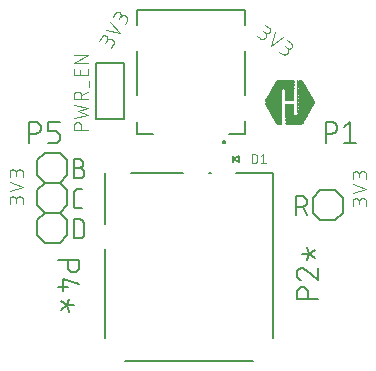
<source format=gbr>
G04 EAGLE Gerber RS-274X export*
G75*
%MOMM*%
%FSLAX34Y34*%
%LPD*%
%INSilkscreen Top*%
%IPPOS*%
%AMOC8*
5,1,8,0,0,1.08239X$1,22.5*%
G01*
%ADD10C,0.152400*%
%ADD11C,0.101600*%
%ADD12R,0.259075X0.015238*%
%ADD13R,1.310638X0.015238*%
%ADD14R,0.015238X0.015238*%
%ADD15R,0.304800X0.015238*%
%ADD16R,1.356356X0.015238*%
%ADD17R,0.335275X0.015238*%
%ADD18R,1.402075X0.015238*%
%ADD19R,0.365756X0.015238*%
%ADD20R,1.417319X0.015238*%
%ADD21R,0.381000X0.015238*%
%ADD22R,1.447800X0.015238*%
%ADD23R,0.396238X0.015238*%
%ADD24R,1.463037X0.015238*%
%ADD25R,0.411475X0.015238*%
%ADD26R,1.478275X0.015238*%
%ADD27R,0.426719X0.015238*%
%ADD28R,1.493519X0.015238*%
%ADD29R,0.441956X0.015238*%
%ADD30R,1.508756X0.015238*%
%ADD31R,0.457200X0.015238*%
%ADD32R,1.524000X0.015238*%
%ADD33R,0.472438X0.015238*%
%ADD34R,1.539238X0.015238*%
%ADD35R,0.487675X0.015238*%
%ADD36R,1.554475X0.015238*%
%ADD37R,0.502919X0.015238*%
%ADD38R,1.569719X0.015238*%
%ADD39R,0.518156X0.015238*%
%ADD40R,1.584956X0.015238*%
%ADD41R,0.533400X0.015238*%
%ADD42R,1.600200X0.015238*%
%ADD43R,0.548638X0.015238*%
%ADD44R,1.615438X0.015238*%
%ADD45R,0.563875X0.015238*%
%ADD46R,1.630675X0.015238*%
%ADD47R,0.579119X0.015238*%
%ADD48R,1.645919X0.015238*%
%ADD49R,0.594356X0.015238*%
%ADD50R,1.661156X0.015238*%
%ADD51R,0.609600X0.015238*%
%ADD52R,1.676400X0.015238*%
%ADD53R,0.624838X0.015238*%
%ADD54R,1.691638X0.015238*%
%ADD55R,0.640075X0.015238*%
%ADD56R,1.706875X0.015238*%
%ADD57R,0.655319X0.015238*%
%ADD58R,1.722119X0.015238*%
%ADD59R,0.670556X0.015238*%
%ADD60R,1.737356X0.015238*%
%ADD61R,0.685800X0.015238*%
%ADD62R,1.752600X0.015238*%
%ADD63R,0.701037X0.015238*%
%ADD64R,0.716275X0.015238*%
%ADD65R,0.731519X0.015238*%
%ADD66R,1.767838X0.015238*%
%ADD67R,1.783075X0.015238*%
%ADD68R,0.746756X0.015238*%
%ADD69R,1.798319X0.015238*%
%ADD70R,0.030481X0.015238*%
%ADD71R,0.762000X0.015238*%
%ADD72R,0.807719X0.015238*%
%ADD73R,0.868681X0.015238*%
%ADD74R,0.777238X0.015238*%
%ADD75R,0.853438X0.015238*%
%ADD76R,0.838200X0.015238*%
%ADD77R,0.792475X0.015238*%
%ADD78R,0.822963X0.015238*%
%ADD79R,0.822956X0.015238*%
%ADD80R,0.868675X0.015238*%
%ADD81R,0.883919X0.015238*%
%ADD82R,0.899156X0.015238*%
%ADD83R,0.914400X0.015238*%
%ADD84R,0.929638X0.015238*%
%ADD85R,0.944875X0.015238*%
%ADD86R,0.960119X0.015238*%
%ADD87R,0.975356X0.015238*%
%ADD88R,0.990600X0.015238*%
%ADD89R,1.005837X0.015238*%
%ADD90R,1.021075X0.015238*%
%ADD91R,1.036319X0.015238*%
%ADD92R,1.051556X0.015238*%
%ADD93R,1.066800X0.015238*%
%ADD94R,1.082037X0.015238*%
%ADD95R,1.097275X0.015238*%
%ADD96R,1.112519X0.015238*%
%ADD97R,1.127756X0.015238*%
%ADD98R,1.143000X0.015238*%
%ADD99R,1.158238X0.015238*%
%ADD100R,1.173475X0.015238*%
%ADD101R,1.188719X0.015238*%
%ADD102R,1.203956X0.015238*%
%ADD103R,1.219200X0.015238*%
%ADD104R,1.234438X0.015238*%
%ADD105R,1.249675X0.015238*%
%ADD106R,1.264919X0.015238*%
%ADD107R,1.280156X0.015238*%
%ADD108R,1.295400X0.015238*%
%ADD109R,1.325875X0.015238*%
%ADD110R,0.670563X0.015238*%
%ADD111R,1.341119X0.015238*%
%ADD112R,1.371600X0.015238*%
%ADD113R,1.386838X0.015238*%
%ADD114R,0.045719X0.015238*%
%ADD115R,0.060956X0.015238*%
%ADD116R,1.432556X0.015238*%
%ADD117R,0.106681X0.015238*%
%ADD118R,0.121919X0.015238*%
%ADD119R,0.152400X0.015238*%
%ADD120R,0.182875X0.015238*%
%ADD121R,0.030475X0.015238*%
%ADD122R,0.213363X0.015238*%
%ADD123R,0.076200X0.015238*%
%ADD124R,0.320038X0.015238*%
%ADD125R,0.243838X0.015238*%
%ADD126R,0.106675X0.015238*%
%ADD127R,0.274319X0.015238*%
%ADD128R,0.259081X0.015238*%
%ADD129R,0.198119X0.015238*%
%ADD130R,0.228600X0.015238*%
%ADD131C,0.127000*%
%ADD132C,0.200000*%
%ADD133C,0.076200*%


D10*
X-90438Y132525D02*
X-94051Y132525D01*
X-94169Y132527D01*
X-94287Y132533D01*
X-94405Y132542D01*
X-94522Y132556D01*
X-94639Y132573D01*
X-94756Y132594D01*
X-94871Y132619D01*
X-94986Y132648D01*
X-95100Y132681D01*
X-95212Y132717D01*
X-95323Y132757D01*
X-95433Y132800D01*
X-95542Y132847D01*
X-95649Y132897D01*
X-95754Y132952D01*
X-95857Y133009D01*
X-95958Y133070D01*
X-96058Y133134D01*
X-96155Y133201D01*
X-96250Y133271D01*
X-96342Y133345D01*
X-96433Y133421D01*
X-96520Y133501D01*
X-96605Y133583D01*
X-96687Y133668D01*
X-96767Y133755D01*
X-96843Y133846D01*
X-96917Y133938D01*
X-96987Y134033D01*
X-97054Y134130D01*
X-97118Y134230D01*
X-97179Y134331D01*
X-97236Y134434D01*
X-97291Y134539D01*
X-97341Y134646D01*
X-97388Y134755D01*
X-97431Y134865D01*
X-97471Y134976D01*
X-97507Y135088D01*
X-97540Y135202D01*
X-97569Y135317D01*
X-97594Y135432D01*
X-97615Y135549D01*
X-97632Y135666D01*
X-97646Y135783D01*
X-97655Y135901D01*
X-97661Y136019D01*
X-97663Y136137D01*
X-97663Y145168D01*
X-97661Y145286D01*
X-97655Y145404D01*
X-97646Y145522D01*
X-97632Y145639D01*
X-97615Y145756D01*
X-97594Y145873D01*
X-97569Y145988D01*
X-97540Y146103D01*
X-97507Y146217D01*
X-97471Y146329D01*
X-97431Y146440D01*
X-97388Y146550D01*
X-97341Y146659D01*
X-97291Y146766D01*
X-97236Y146871D01*
X-97179Y146974D01*
X-97118Y147075D01*
X-97054Y147175D01*
X-96987Y147272D01*
X-96917Y147367D01*
X-96843Y147459D01*
X-96767Y147550D01*
X-96687Y147637D01*
X-96605Y147722D01*
X-96520Y147804D01*
X-96433Y147884D01*
X-96342Y147960D01*
X-96250Y148034D01*
X-96155Y148104D01*
X-96058Y148171D01*
X-95958Y148235D01*
X-95857Y148296D01*
X-95754Y148353D01*
X-95649Y148408D01*
X-95542Y148458D01*
X-95433Y148505D01*
X-95323Y148548D01*
X-95212Y148588D01*
X-95100Y148624D01*
X-94986Y148657D01*
X-94871Y148686D01*
X-94756Y148711D01*
X-94639Y148732D01*
X-94522Y148749D01*
X-94405Y148763D01*
X-94287Y148772D01*
X-94169Y148778D01*
X-94051Y148780D01*
X-94051Y148781D02*
X-90438Y148781D01*
X-97663Y123381D02*
X-97663Y107125D01*
X-97663Y123381D02*
X-93147Y123381D01*
X-93016Y123379D01*
X-92884Y123373D01*
X-92753Y123364D01*
X-92623Y123350D01*
X-92492Y123333D01*
X-92363Y123312D01*
X-92234Y123288D01*
X-92106Y123259D01*
X-91978Y123227D01*
X-91852Y123191D01*
X-91727Y123152D01*
X-91602Y123109D01*
X-91480Y123062D01*
X-91358Y123012D01*
X-91238Y122958D01*
X-91120Y122901D01*
X-91004Y122840D01*
X-90889Y122776D01*
X-90776Y122709D01*
X-90665Y122638D01*
X-90557Y122564D01*
X-90450Y122487D01*
X-90346Y122407D01*
X-90244Y122324D01*
X-90145Y122239D01*
X-90048Y122150D01*
X-89954Y122058D01*
X-89862Y121964D01*
X-89773Y121867D01*
X-89688Y121768D01*
X-89605Y121666D01*
X-89525Y121562D01*
X-89448Y121455D01*
X-89374Y121347D01*
X-89303Y121236D01*
X-89236Y121123D01*
X-89172Y121008D01*
X-89111Y120892D01*
X-89054Y120774D01*
X-89000Y120654D01*
X-88950Y120532D01*
X-88903Y120410D01*
X-88860Y120285D01*
X-88821Y120160D01*
X-88785Y120034D01*
X-88753Y119906D01*
X-88724Y119778D01*
X-88700Y119649D01*
X-88679Y119520D01*
X-88662Y119389D01*
X-88648Y119259D01*
X-88639Y119128D01*
X-88633Y118996D01*
X-88631Y118865D01*
X-88632Y118865D02*
X-88632Y111640D01*
X-88631Y111640D02*
X-88633Y111509D01*
X-88639Y111377D01*
X-88648Y111246D01*
X-88662Y111116D01*
X-88679Y110985D01*
X-88700Y110856D01*
X-88724Y110727D01*
X-88753Y110599D01*
X-88785Y110471D01*
X-88821Y110345D01*
X-88860Y110220D01*
X-88903Y110095D01*
X-88950Y109973D01*
X-89000Y109851D01*
X-89054Y109731D01*
X-89111Y109613D01*
X-89172Y109497D01*
X-89236Y109382D01*
X-89303Y109269D01*
X-89374Y109158D01*
X-89448Y109050D01*
X-89525Y108943D01*
X-89605Y108839D01*
X-89688Y108737D01*
X-89773Y108638D01*
X-89862Y108541D01*
X-89954Y108447D01*
X-90048Y108355D01*
X-90145Y108266D01*
X-90244Y108181D01*
X-90346Y108098D01*
X-90450Y108018D01*
X-90557Y107941D01*
X-90665Y107867D01*
X-90776Y107796D01*
X-90889Y107729D01*
X-91004Y107665D01*
X-91120Y107604D01*
X-91238Y107547D01*
X-91358Y107493D01*
X-91480Y107443D01*
X-91602Y107396D01*
X-91727Y107353D01*
X-91852Y107314D01*
X-91978Y107278D01*
X-92106Y107246D01*
X-92234Y107217D01*
X-92363Y107193D01*
X-92492Y107172D01*
X-92623Y107155D01*
X-92753Y107141D01*
X-92884Y107132D01*
X-93016Y107126D01*
X-93147Y107124D01*
X-93147Y107125D02*
X-97663Y107125D01*
D11*
X-140208Y136137D02*
X-140208Y139383D01*
X-140210Y139496D01*
X-140216Y139609D01*
X-140226Y139722D01*
X-140240Y139835D01*
X-140257Y139947D01*
X-140279Y140058D01*
X-140304Y140168D01*
X-140334Y140278D01*
X-140367Y140386D01*
X-140404Y140493D01*
X-140444Y140599D01*
X-140489Y140703D01*
X-140537Y140806D01*
X-140588Y140907D01*
X-140643Y141006D01*
X-140701Y141103D01*
X-140763Y141198D01*
X-140828Y141291D01*
X-140896Y141381D01*
X-140967Y141469D01*
X-141042Y141555D01*
X-141119Y141638D01*
X-141199Y141718D01*
X-141282Y141795D01*
X-141368Y141870D01*
X-141456Y141941D01*
X-141546Y142009D01*
X-141639Y142074D01*
X-141734Y142136D01*
X-141831Y142194D01*
X-141930Y142249D01*
X-142031Y142300D01*
X-142134Y142348D01*
X-142238Y142393D01*
X-142344Y142433D01*
X-142451Y142470D01*
X-142559Y142503D01*
X-142669Y142533D01*
X-142779Y142558D01*
X-142890Y142580D01*
X-143002Y142597D01*
X-143115Y142611D01*
X-143228Y142621D01*
X-143341Y142627D01*
X-143454Y142629D01*
X-143567Y142627D01*
X-143680Y142621D01*
X-143793Y142611D01*
X-143906Y142597D01*
X-144018Y142580D01*
X-144129Y142558D01*
X-144239Y142533D01*
X-144349Y142503D01*
X-144457Y142470D01*
X-144564Y142433D01*
X-144670Y142393D01*
X-144774Y142348D01*
X-144877Y142300D01*
X-144978Y142249D01*
X-145077Y142194D01*
X-145174Y142136D01*
X-145269Y142074D01*
X-145362Y142009D01*
X-145452Y141941D01*
X-145540Y141870D01*
X-145626Y141795D01*
X-145709Y141718D01*
X-145789Y141638D01*
X-145866Y141555D01*
X-145941Y141469D01*
X-146012Y141381D01*
X-146080Y141291D01*
X-146145Y141198D01*
X-146207Y141103D01*
X-146265Y141006D01*
X-146320Y140907D01*
X-146371Y140806D01*
X-146419Y140703D01*
X-146464Y140599D01*
X-146504Y140493D01*
X-146541Y140386D01*
X-146574Y140278D01*
X-146604Y140168D01*
X-146629Y140058D01*
X-146651Y139947D01*
X-146668Y139835D01*
X-146682Y139722D01*
X-146692Y139609D01*
X-146698Y139496D01*
X-146700Y139383D01*
X-151892Y140032D02*
X-151892Y136137D01*
X-151892Y140032D02*
X-151890Y140133D01*
X-151884Y140233D01*
X-151874Y140333D01*
X-151861Y140433D01*
X-151843Y140532D01*
X-151822Y140631D01*
X-151797Y140728D01*
X-151768Y140825D01*
X-151735Y140920D01*
X-151699Y141014D01*
X-151659Y141106D01*
X-151616Y141197D01*
X-151569Y141286D01*
X-151519Y141373D01*
X-151465Y141459D01*
X-151408Y141542D01*
X-151348Y141622D01*
X-151285Y141701D01*
X-151218Y141777D01*
X-151149Y141850D01*
X-151077Y141920D01*
X-151003Y141988D01*
X-150926Y142053D01*
X-150846Y142114D01*
X-150764Y142173D01*
X-150680Y142228D01*
X-150594Y142280D01*
X-150506Y142329D01*
X-150416Y142374D01*
X-150324Y142416D01*
X-150231Y142454D01*
X-150136Y142488D01*
X-150041Y142519D01*
X-149944Y142546D01*
X-149846Y142569D01*
X-149747Y142589D01*
X-149647Y142604D01*
X-149547Y142616D01*
X-149447Y142624D01*
X-149346Y142628D01*
X-149246Y142628D01*
X-149145Y142624D01*
X-149045Y142616D01*
X-148945Y142604D01*
X-148845Y142589D01*
X-148746Y142569D01*
X-148648Y142546D01*
X-148551Y142519D01*
X-148456Y142488D01*
X-148361Y142454D01*
X-148268Y142416D01*
X-148176Y142374D01*
X-148086Y142329D01*
X-147998Y142280D01*
X-147912Y142228D01*
X-147828Y142173D01*
X-147746Y142114D01*
X-147666Y142053D01*
X-147589Y141988D01*
X-147515Y141920D01*
X-147443Y141850D01*
X-147374Y141777D01*
X-147307Y141701D01*
X-147244Y141622D01*
X-147184Y141542D01*
X-147127Y141459D01*
X-147073Y141373D01*
X-147023Y141286D01*
X-146976Y141197D01*
X-146933Y141106D01*
X-146893Y141014D01*
X-146857Y140920D01*
X-146824Y140825D01*
X-146795Y140728D01*
X-146770Y140631D01*
X-146749Y140532D01*
X-146731Y140433D01*
X-146718Y140333D01*
X-146708Y140233D01*
X-146702Y140133D01*
X-146700Y140032D01*
X-146699Y140032D02*
X-146699Y137435D01*
X-151892Y146918D02*
X-140208Y150813D01*
X-151892Y154707D01*
X-140208Y158997D02*
X-140208Y162242D01*
X-140210Y162355D01*
X-140216Y162468D01*
X-140226Y162581D01*
X-140240Y162694D01*
X-140257Y162806D01*
X-140279Y162917D01*
X-140304Y163027D01*
X-140334Y163137D01*
X-140367Y163245D01*
X-140404Y163352D01*
X-140444Y163458D01*
X-140489Y163562D01*
X-140537Y163665D01*
X-140588Y163766D01*
X-140643Y163865D01*
X-140701Y163962D01*
X-140763Y164057D01*
X-140828Y164150D01*
X-140896Y164240D01*
X-140967Y164328D01*
X-141042Y164414D01*
X-141119Y164497D01*
X-141199Y164577D01*
X-141282Y164654D01*
X-141368Y164729D01*
X-141456Y164800D01*
X-141546Y164868D01*
X-141639Y164933D01*
X-141734Y164995D01*
X-141831Y165053D01*
X-141930Y165108D01*
X-142031Y165159D01*
X-142134Y165207D01*
X-142238Y165252D01*
X-142344Y165292D01*
X-142451Y165329D01*
X-142559Y165362D01*
X-142669Y165392D01*
X-142779Y165417D01*
X-142890Y165439D01*
X-143002Y165456D01*
X-143115Y165470D01*
X-143228Y165480D01*
X-143341Y165486D01*
X-143454Y165488D01*
X-143567Y165486D01*
X-143680Y165480D01*
X-143793Y165470D01*
X-143906Y165456D01*
X-144018Y165439D01*
X-144129Y165417D01*
X-144239Y165392D01*
X-144349Y165362D01*
X-144457Y165329D01*
X-144564Y165292D01*
X-144670Y165252D01*
X-144774Y165207D01*
X-144877Y165159D01*
X-144978Y165108D01*
X-145077Y165053D01*
X-145174Y164995D01*
X-145269Y164933D01*
X-145362Y164868D01*
X-145452Y164800D01*
X-145540Y164729D01*
X-145626Y164654D01*
X-145709Y164577D01*
X-145789Y164497D01*
X-145866Y164414D01*
X-145941Y164328D01*
X-146012Y164240D01*
X-146080Y164150D01*
X-146145Y164057D01*
X-146207Y163962D01*
X-146265Y163865D01*
X-146320Y163766D01*
X-146371Y163665D01*
X-146419Y163562D01*
X-146464Y163458D01*
X-146504Y163352D01*
X-146541Y163245D01*
X-146574Y163137D01*
X-146604Y163027D01*
X-146629Y162917D01*
X-146651Y162806D01*
X-146668Y162694D01*
X-146682Y162581D01*
X-146692Y162468D01*
X-146698Y162355D01*
X-146700Y162242D01*
X-151892Y162892D02*
X-151892Y158997D01*
X-151892Y162892D02*
X-151890Y162993D01*
X-151884Y163093D01*
X-151874Y163193D01*
X-151861Y163293D01*
X-151843Y163392D01*
X-151822Y163491D01*
X-151797Y163588D01*
X-151768Y163685D01*
X-151735Y163780D01*
X-151699Y163874D01*
X-151659Y163966D01*
X-151616Y164057D01*
X-151569Y164146D01*
X-151519Y164233D01*
X-151465Y164319D01*
X-151408Y164402D01*
X-151348Y164482D01*
X-151285Y164561D01*
X-151218Y164637D01*
X-151149Y164710D01*
X-151077Y164780D01*
X-151003Y164848D01*
X-150926Y164913D01*
X-150846Y164974D01*
X-150764Y165033D01*
X-150680Y165088D01*
X-150594Y165140D01*
X-150506Y165189D01*
X-150416Y165234D01*
X-150324Y165276D01*
X-150231Y165314D01*
X-150136Y165348D01*
X-150041Y165379D01*
X-149944Y165406D01*
X-149846Y165429D01*
X-149747Y165449D01*
X-149647Y165464D01*
X-149547Y165476D01*
X-149447Y165484D01*
X-149346Y165488D01*
X-149246Y165488D01*
X-149145Y165484D01*
X-149045Y165476D01*
X-148945Y165464D01*
X-148845Y165449D01*
X-148746Y165429D01*
X-148648Y165406D01*
X-148551Y165379D01*
X-148456Y165348D01*
X-148361Y165314D01*
X-148268Y165276D01*
X-148176Y165234D01*
X-148086Y165189D01*
X-147998Y165140D01*
X-147912Y165088D01*
X-147828Y165033D01*
X-147746Y164974D01*
X-147666Y164913D01*
X-147589Y164848D01*
X-147515Y164780D01*
X-147443Y164710D01*
X-147374Y164637D01*
X-147307Y164561D01*
X-147244Y164482D01*
X-147184Y164402D01*
X-147127Y164319D01*
X-147073Y164233D01*
X-147023Y164146D01*
X-146976Y164057D01*
X-146933Y163966D01*
X-146893Y163874D01*
X-146857Y163780D01*
X-146824Y163685D01*
X-146795Y163588D01*
X-146770Y163491D01*
X-146749Y163392D01*
X-146731Y163293D01*
X-146718Y163193D01*
X-146708Y163093D01*
X-146702Y162993D01*
X-146700Y162892D01*
X-146699Y162892D02*
X-146699Y160295D01*
X150305Y137795D02*
X150305Y134549D01*
X150305Y137795D02*
X150303Y137908D01*
X150297Y138021D01*
X150287Y138134D01*
X150273Y138247D01*
X150256Y138359D01*
X150234Y138470D01*
X150209Y138580D01*
X150179Y138690D01*
X150146Y138798D01*
X150109Y138905D01*
X150069Y139011D01*
X150024Y139115D01*
X149976Y139218D01*
X149925Y139319D01*
X149870Y139418D01*
X149812Y139515D01*
X149750Y139610D01*
X149685Y139703D01*
X149617Y139793D01*
X149546Y139881D01*
X149471Y139967D01*
X149394Y140050D01*
X149314Y140130D01*
X149231Y140207D01*
X149145Y140282D01*
X149057Y140353D01*
X148967Y140421D01*
X148874Y140486D01*
X148779Y140548D01*
X148682Y140606D01*
X148583Y140661D01*
X148482Y140712D01*
X148379Y140760D01*
X148275Y140805D01*
X148169Y140845D01*
X148062Y140882D01*
X147954Y140915D01*
X147844Y140945D01*
X147734Y140970D01*
X147623Y140992D01*
X147511Y141009D01*
X147398Y141023D01*
X147285Y141033D01*
X147172Y141039D01*
X147059Y141041D01*
X146946Y141039D01*
X146833Y141033D01*
X146720Y141023D01*
X146607Y141009D01*
X146495Y140992D01*
X146384Y140970D01*
X146274Y140945D01*
X146164Y140915D01*
X146056Y140882D01*
X145949Y140845D01*
X145843Y140805D01*
X145739Y140760D01*
X145636Y140712D01*
X145535Y140661D01*
X145436Y140606D01*
X145339Y140548D01*
X145244Y140486D01*
X145151Y140421D01*
X145061Y140353D01*
X144973Y140282D01*
X144887Y140207D01*
X144804Y140130D01*
X144724Y140050D01*
X144647Y139967D01*
X144572Y139881D01*
X144501Y139793D01*
X144433Y139703D01*
X144368Y139610D01*
X144306Y139515D01*
X144248Y139418D01*
X144193Y139319D01*
X144142Y139218D01*
X144094Y139115D01*
X144049Y139011D01*
X144009Y138905D01*
X143972Y138798D01*
X143939Y138690D01*
X143909Y138580D01*
X143884Y138470D01*
X143862Y138359D01*
X143845Y138247D01*
X143831Y138134D01*
X143821Y138021D01*
X143815Y137908D01*
X143813Y137795D01*
X138621Y138444D02*
X138621Y134549D01*
X138621Y138444D02*
X138623Y138545D01*
X138629Y138645D01*
X138639Y138745D01*
X138652Y138845D01*
X138670Y138944D01*
X138691Y139043D01*
X138716Y139140D01*
X138745Y139237D01*
X138778Y139332D01*
X138814Y139426D01*
X138854Y139518D01*
X138897Y139609D01*
X138944Y139698D01*
X138994Y139785D01*
X139048Y139871D01*
X139105Y139954D01*
X139165Y140034D01*
X139228Y140113D01*
X139295Y140189D01*
X139364Y140262D01*
X139436Y140332D01*
X139510Y140400D01*
X139587Y140465D01*
X139667Y140526D01*
X139749Y140585D01*
X139833Y140640D01*
X139919Y140692D01*
X140007Y140741D01*
X140097Y140786D01*
X140189Y140828D01*
X140282Y140866D01*
X140377Y140900D01*
X140472Y140931D01*
X140569Y140958D01*
X140667Y140981D01*
X140766Y141001D01*
X140866Y141016D01*
X140966Y141028D01*
X141066Y141036D01*
X141167Y141040D01*
X141267Y141040D01*
X141368Y141036D01*
X141468Y141028D01*
X141568Y141016D01*
X141668Y141001D01*
X141767Y140981D01*
X141865Y140958D01*
X141962Y140931D01*
X142057Y140900D01*
X142152Y140866D01*
X142245Y140828D01*
X142337Y140786D01*
X142427Y140741D01*
X142515Y140692D01*
X142601Y140640D01*
X142685Y140585D01*
X142767Y140526D01*
X142847Y140465D01*
X142924Y140400D01*
X142998Y140332D01*
X143070Y140262D01*
X143139Y140189D01*
X143206Y140113D01*
X143269Y140034D01*
X143329Y139954D01*
X143386Y139871D01*
X143440Y139785D01*
X143490Y139698D01*
X143537Y139609D01*
X143580Y139518D01*
X143620Y139426D01*
X143656Y139332D01*
X143689Y139237D01*
X143718Y139140D01*
X143743Y139043D01*
X143764Y138944D01*
X143782Y138845D01*
X143795Y138745D01*
X143805Y138645D01*
X143811Y138545D01*
X143813Y138444D01*
X143813Y135848D01*
X138621Y145330D02*
X150305Y149225D01*
X138621Y153120D01*
X150305Y157409D02*
X150305Y160655D01*
X150303Y160768D01*
X150297Y160881D01*
X150287Y160994D01*
X150273Y161107D01*
X150256Y161219D01*
X150234Y161330D01*
X150209Y161440D01*
X150179Y161550D01*
X150146Y161658D01*
X150109Y161765D01*
X150069Y161871D01*
X150024Y161975D01*
X149976Y162078D01*
X149925Y162179D01*
X149870Y162278D01*
X149812Y162375D01*
X149750Y162470D01*
X149685Y162563D01*
X149617Y162653D01*
X149546Y162741D01*
X149471Y162827D01*
X149394Y162910D01*
X149314Y162990D01*
X149231Y163067D01*
X149145Y163142D01*
X149057Y163213D01*
X148967Y163281D01*
X148874Y163346D01*
X148779Y163408D01*
X148682Y163466D01*
X148583Y163521D01*
X148482Y163572D01*
X148379Y163620D01*
X148275Y163665D01*
X148169Y163705D01*
X148062Y163742D01*
X147954Y163775D01*
X147844Y163805D01*
X147734Y163830D01*
X147623Y163852D01*
X147511Y163869D01*
X147398Y163883D01*
X147285Y163893D01*
X147172Y163899D01*
X147059Y163901D01*
X146946Y163899D01*
X146833Y163893D01*
X146720Y163883D01*
X146607Y163869D01*
X146495Y163852D01*
X146384Y163830D01*
X146274Y163805D01*
X146164Y163775D01*
X146056Y163742D01*
X145949Y163705D01*
X145843Y163665D01*
X145739Y163620D01*
X145636Y163572D01*
X145535Y163521D01*
X145436Y163466D01*
X145339Y163408D01*
X145244Y163346D01*
X145151Y163281D01*
X145061Y163213D01*
X144973Y163142D01*
X144887Y163067D01*
X144804Y162990D01*
X144724Y162910D01*
X144647Y162827D01*
X144572Y162741D01*
X144501Y162653D01*
X144433Y162563D01*
X144368Y162470D01*
X144306Y162375D01*
X144248Y162278D01*
X144193Y162179D01*
X144142Y162078D01*
X144094Y161975D01*
X144049Y161871D01*
X144009Y161765D01*
X143972Y161658D01*
X143939Y161550D01*
X143909Y161440D01*
X143884Y161330D01*
X143862Y161219D01*
X143845Y161107D01*
X143831Y160994D01*
X143821Y160881D01*
X143815Y160768D01*
X143813Y160655D01*
X138621Y161304D02*
X138621Y157409D01*
X138621Y161304D02*
X138623Y161405D01*
X138629Y161505D01*
X138639Y161605D01*
X138652Y161705D01*
X138670Y161804D01*
X138691Y161903D01*
X138716Y162000D01*
X138745Y162097D01*
X138778Y162192D01*
X138814Y162286D01*
X138854Y162378D01*
X138897Y162469D01*
X138944Y162558D01*
X138994Y162645D01*
X139048Y162731D01*
X139105Y162814D01*
X139165Y162894D01*
X139228Y162973D01*
X139295Y163049D01*
X139364Y163122D01*
X139436Y163192D01*
X139510Y163260D01*
X139587Y163325D01*
X139667Y163386D01*
X139749Y163445D01*
X139833Y163500D01*
X139919Y163552D01*
X140007Y163601D01*
X140097Y163646D01*
X140189Y163688D01*
X140282Y163726D01*
X140377Y163760D01*
X140472Y163791D01*
X140569Y163818D01*
X140667Y163841D01*
X140766Y163861D01*
X140866Y163876D01*
X140966Y163888D01*
X141066Y163896D01*
X141167Y163900D01*
X141267Y163900D01*
X141368Y163896D01*
X141468Y163888D01*
X141568Y163876D01*
X141668Y163861D01*
X141767Y163841D01*
X141865Y163818D01*
X141962Y163791D01*
X142057Y163760D01*
X142152Y163726D01*
X142245Y163688D01*
X142337Y163646D01*
X142427Y163601D01*
X142515Y163552D01*
X142601Y163500D01*
X142685Y163445D01*
X142767Y163386D01*
X142847Y163325D01*
X142924Y163260D01*
X142998Y163192D01*
X143070Y163122D01*
X143139Y163049D01*
X143206Y162973D01*
X143269Y162894D01*
X143329Y162814D01*
X143386Y162731D01*
X143440Y162645D01*
X143490Y162558D01*
X143537Y162469D01*
X143580Y162378D01*
X143620Y162286D01*
X143656Y162192D01*
X143689Y162097D01*
X143718Y162000D01*
X143743Y161903D01*
X143764Y161804D01*
X143782Y161705D01*
X143795Y161605D01*
X143805Y161505D01*
X143811Y161405D01*
X143813Y161304D01*
X143813Y158708D01*
X60311Y276408D02*
X57653Y278270D01*
X60311Y276408D02*
X60405Y276345D01*
X60501Y276285D01*
X60599Y276228D01*
X60699Y276175D01*
X60801Y276125D01*
X60905Y276079D01*
X61010Y276037D01*
X61116Y275998D01*
X61224Y275963D01*
X61333Y275932D01*
X61443Y275904D01*
X61554Y275881D01*
X61665Y275861D01*
X61777Y275845D01*
X61890Y275833D01*
X62003Y275825D01*
X62116Y275821D01*
X62230Y275821D01*
X62343Y275825D01*
X62456Y275833D01*
X62569Y275845D01*
X62681Y275861D01*
X62792Y275881D01*
X62903Y275904D01*
X63013Y275932D01*
X63122Y275963D01*
X63230Y275998D01*
X63336Y276037D01*
X63441Y276079D01*
X63545Y276125D01*
X63647Y276175D01*
X63747Y276228D01*
X63845Y276285D01*
X63941Y276345D01*
X64035Y276408D01*
X64126Y276475D01*
X64216Y276544D01*
X64303Y276617D01*
X64387Y276693D01*
X64468Y276772D01*
X64547Y276853D01*
X64623Y276937D01*
X64696Y277024D01*
X64765Y277114D01*
X64832Y277205D01*
X64895Y277299D01*
X64955Y277395D01*
X65012Y277493D01*
X65065Y277593D01*
X65115Y277695D01*
X65161Y277799D01*
X65203Y277904D01*
X65242Y278010D01*
X65277Y278118D01*
X65308Y278227D01*
X65336Y278337D01*
X65359Y278448D01*
X65379Y278559D01*
X65395Y278671D01*
X65407Y278784D01*
X65415Y278897D01*
X65419Y279010D01*
X65419Y279124D01*
X65415Y279237D01*
X65407Y279350D01*
X65395Y279463D01*
X65379Y279575D01*
X65359Y279686D01*
X65336Y279797D01*
X65308Y279907D01*
X65277Y280016D01*
X65242Y280124D01*
X65203Y280230D01*
X65161Y280335D01*
X65115Y280439D01*
X65065Y280541D01*
X65012Y280641D01*
X64955Y280739D01*
X64895Y280835D01*
X64832Y280929D01*
X64765Y281020D01*
X64696Y281110D01*
X64623Y281197D01*
X64547Y281281D01*
X64468Y281362D01*
X64387Y281441D01*
X64303Y281517D01*
X64216Y281590D01*
X64127Y281659D01*
X64035Y281726D01*
X67545Y285607D02*
X64354Y287840D01*
X67544Y285607D02*
X67625Y285547D01*
X67704Y285485D01*
X67781Y285419D01*
X67855Y285351D01*
X67926Y285280D01*
X67994Y285206D01*
X68060Y285129D01*
X68122Y285050D01*
X68182Y284969D01*
X68238Y284885D01*
X68291Y284800D01*
X68340Y284712D01*
X68386Y284623D01*
X68429Y284531D01*
X68468Y284438D01*
X68503Y284344D01*
X68535Y284249D01*
X68563Y284152D01*
X68587Y284054D01*
X68607Y283956D01*
X68624Y283856D01*
X68636Y283756D01*
X68645Y283656D01*
X68650Y283556D01*
X68651Y283455D01*
X68648Y283354D01*
X68641Y283254D01*
X68630Y283154D01*
X68616Y283054D01*
X68597Y282955D01*
X68575Y282857D01*
X68549Y282760D01*
X68519Y282663D01*
X68486Y282569D01*
X68449Y282475D01*
X68408Y282383D01*
X68363Y282292D01*
X68316Y282204D01*
X68264Y282117D01*
X68210Y282033D01*
X68152Y281950D01*
X68091Y281870D01*
X68027Y281792D01*
X67960Y281717D01*
X67891Y281644D01*
X67818Y281575D01*
X67743Y281508D01*
X67665Y281444D01*
X67585Y281383D01*
X67502Y281325D01*
X67418Y281271D01*
X67331Y281219D01*
X67243Y281172D01*
X67152Y281127D01*
X67060Y281086D01*
X66966Y281049D01*
X66872Y281016D01*
X66775Y280986D01*
X66678Y280960D01*
X66580Y280938D01*
X66481Y280919D01*
X66381Y280905D01*
X66281Y280894D01*
X66181Y280887D01*
X66080Y280884D01*
X65979Y280885D01*
X65879Y280890D01*
X65779Y280899D01*
X65679Y280911D01*
X65579Y280928D01*
X65481Y280948D01*
X65383Y280972D01*
X65286Y281000D01*
X65191Y281032D01*
X65097Y281067D01*
X65004Y281106D01*
X64912Y281149D01*
X64823Y281195D01*
X64735Y281244D01*
X64650Y281297D01*
X64566Y281353D01*
X62439Y282842D01*
X73185Y281657D02*
X69674Y269852D01*
X79566Y277189D01*
X76378Y265158D02*
X79037Y263296D01*
X79131Y263233D01*
X79227Y263173D01*
X79325Y263116D01*
X79425Y263063D01*
X79527Y263013D01*
X79631Y262967D01*
X79736Y262925D01*
X79842Y262886D01*
X79950Y262851D01*
X80059Y262820D01*
X80169Y262792D01*
X80280Y262769D01*
X80391Y262749D01*
X80503Y262733D01*
X80616Y262721D01*
X80729Y262713D01*
X80842Y262709D01*
X80956Y262709D01*
X81069Y262713D01*
X81182Y262721D01*
X81295Y262733D01*
X81407Y262749D01*
X81518Y262769D01*
X81629Y262792D01*
X81739Y262820D01*
X81848Y262851D01*
X81956Y262886D01*
X82062Y262925D01*
X82167Y262967D01*
X82271Y263013D01*
X82373Y263063D01*
X82473Y263116D01*
X82571Y263173D01*
X82667Y263233D01*
X82761Y263296D01*
X82852Y263363D01*
X82942Y263432D01*
X83029Y263505D01*
X83113Y263581D01*
X83194Y263660D01*
X83273Y263741D01*
X83349Y263825D01*
X83422Y263912D01*
X83491Y264002D01*
X83558Y264093D01*
X83621Y264187D01*
X83681Y264283D01*
X83738Y264381D01*
X83791Y264481D01*
X83841Y264583D01*
X83887Y264687D01*
X83929Y264792D01*
X83968Y264898D01*
X84003Y265006D01*
X84034Y265115D01*
X84062Y265225D01*
X84085Y265336D01*
X84105Y265447D01*
X84121Y265559D01*
X84133Y265672D01*
X84141Y265785D01*
X84145Y265898D01*
X84145Y266012D01*
X84141Y266125D01*
X84133Y266238D01*
X84121Y266351D01*
X84105Y266463D01*
X84085Y266574D01*
X84062Y266685D01*
X84034Y266795D01*
X84003Y266904D01*
X83968Y267012D01*
X83929Y267118D01*
X83887Y267223D01*
X83841Y267327D01*
X83791Y267429D01*
X83738Y267529D01*
X83681Y267627D01*
X83621Y267723D01*
X83558Y267817D01*
X83491Y267908D01*
X83422Y267998D01*
X83349Y268085D01*
X83273Y268169D01*
X83194Y268250D01*
X83113Y268329D01*
X83029Y268405D01*
X82942Y268478D01*
X82853Y268547D01*
X82761Y268614D01*
X86270Y272495D02*
X83080Y274728D01*
X86270Y272495D02*
X86351Y272435D01*
X86430Y272373D01*
X86507Y272307D01*
X86581Y272239D01*
X86652Y272168D01*
X86720Y272094D01*
X86786Y272017D01*
X86848Y271938D01*
X86908Y271857D01*
X86964Y271773D01*
X87017Y271688D01*
X87066Y271600D01*
X87112Y271511D01*
X87155Y271419D01*
X87194Y271326D01*
X87229Y271232D01*
X87261Y271137D01*
X87289Y271040D01*
X87313Y270942D01*
X87333Y270844D01*
X87350Y270744D01*
X87362Y270644D01*
X87371Y270544D01*
X87376Y270444D01*
X87377Y270343D01*
X87374Y270242D01*
X87367Y270142D01*
X87356Y270042D01*
X87342Y269942D01*
X87323Y269843D01*
X87301Y269745D01*
X87275Y269648D01*
X87245Y269551D01*
X87212Y269457D01*
X87175Y269363D01*
X87134Y269271D01*
X87089Y269180D01*
X87042Y269092D01*
X86990Y269005D01*
X86936Y268921D01*
X86878Y268838D01*
X86817Y268758D01*
X86753Y268680D01*
X86686Y268605D01*
X86617Y268532D01*
X86544Y268463D01*
X86469Y268396D01*
X86391Y268332D01*
X86311Y268271D01*
X86228Y268213D01*
X86144Y268159D01*
X86057Y268107D01*
X85969Y268060D01*
X85878Y268015D01*
X85786Y267974D01*
X85692Y267937D01*
X85598Y267904D01*
X85501Y267874D01*
X85404Y267848D01*
X85306Y267826D01*
X85207Y267807D01*
X85107Y267793D01*
X85007Y267782D01*
X84907Y267775D01*
X84806Y267772D01*
X84705Y267773D01*
X84605Y267778D01*
X84505Y267787D01*
X84405Y267799D01*
X84305Y267816D01*
X84207Y267836D01*
X84109Y267860D01*
X84012Y267888D01*
X83917Y267920D01*
X83823Y267955D01*
X83730Y267994D01*
X83638Y268037D01*
X83549Y268083D01*
X83461Y268132D01*
X83376Y268185D01*
X83292Y268241D01*
X81165Y269730D01*
D10*
X-92710Y88513D02*
X-110490Y88513D01*
X-92710Y88513D02*
X-92710Y83574D01*
X-92712Y83434D01*
X-92718Y83295D01*
X-92728Y83155D01*
X-92742Y83016D01*
X-92759Y82877D01*
X-92781Y82739D01*
X-92807Y82602D01*
X-92836Y82465D01*
X-92869Y82329D01*
X-92906Y82195D01*
X-92947Y82061D01*
X-92992Y81929D01*
X-93041Y81797D01*
X-93093Y81668D01*
X-93148Y81540D01*
X-93208Y81413D01*
X-93271Y81288D01*
X-93337Y81165D01*
X-93407Y81044D01*
X-93480Y80925D01*
X-93557Y80808D01*
X-93637Y80694D01*
X-93720Y80581D01*
X-93806Y80471D01*
X-93896Y80364D01*
X-93988Y80259D01*
X-94083Y80157D01*
X-94181Y80057D01*
X-94282Y79960D01*
X-94386Y79866D01*
X-94492Y79776D01*
X-94601Y79688D01*
X-94712Y79603D01*
X-94826Y79522D01*
X-94941Y79443D01*
X-95059Y79368D01*
X-95179Y79297D01*
X-95302Y79229D01*
X-95425Y79164D01*
X-95551Y79103D01*
X-95679Y79045D01*
X-95807Y78991D01*
X-95938Y78941D01*
X-96070Y78894D01*
X-96203Y78851D01*
X-96337Y78812D01*
X-96472Y78777D01*
X-96608Y78746D01*
X-96746Y78718D01*
X-96883Y78695D01*
X-97022Y78675D01*
X-97161Y78659D01*
X-97300Y78647D01*
X-97439Y78639D01*
X-97579Y78635D01*
X-97719Y78635D01*
X-97859Y78639D01*
X-97998Y78647D01*
X-98137Y78659D01*
X-98276Y78675D01*
X-98415Y78695D01*
X-98552Y78718D01*
X-98690Y78746D01*
X-98826Y78777D01*
X-98961Y78812D01*
X-99095Y78851D01*
X-99228Y78894D01*
X-99360Y78941D01*
X-99491Y78991D01*
X-99619Y79045D01*
X-99747Y79103D01*
X-99873Y79164D01*
X-99996Y79229D01*
X-100118Y79297D01*
X-100239Y79368D01*
X-100357Y79443D01*
X-100472Y79522D01*
X-100586Y79603D01*
X-100697Y79688D01*
X-100806Y79776D01*
X-100912Y79866D01*
X-101016Y79960D01*
X-101117Y80057D01*
X-101215Y80157D01*
X-101310Y80259D01*
X-101402Y80364D01*
X-101492Y80471D01*
X-101578Y80581D01*
X-101661Y80694D01*
X-101741Y80808D01*
X-101818Y80925D01*
X-101891Y81044D01*
X-101961Y81165D01*
X-102027Y81288D01*
X-102090Y81413D01*
X-102150Y81540D01*
X-102205Y81668D01*
X-102257Y81797D01*
X-102306Y81929D01*
X-102351Y82061D01*
X-102392Y82195D01*
X-102429Y82329D01*
X-102462Y82465D01*
X-102491Y82602D01*
X-102517Y82739D01*
X-102539Y82877D01*
X-102556Y83016D01*
X-102570Y83155D01*
X-102580Y83295D01*
X-102586Y83434D01*
X-102588Y83574D01*
X-102588Y88513D01*
X-106539Y72518D02*
X-92710Y68567D01*
X-106539Y72518D02*
X-106539Y62640D01*
X-102588Y65603D02*
X-110490Y65603D01*
X-103576Y50270D02*
X-97649Y50270D01*
X-103576Y50270D02*
X-108021Y46813D01*
X-103576Y50270D02*
X-108021Y53727D01*
X-103576Y50270D02*
X-101600Y44837D01*
X-103576Y50270D02*
X-101600Y55703D01*
X-135174Y187960D02*
X-135174Y205740D01*
X-130235Y205740D01*
X-130095Y205738D01*
X-129956Y205732D01*
X-129816Y205722D01*
X-129677Y205708D01*
X-129538Y205691D01*
X-129400Y205669D01*
X-129263Y205643D01*
X-129126Y205614D01*
X-128990Y205581D01*
X-128856Y205544D01*
X-128722Y205503D01*
X-128590Y205458D01*
X-128458Y205409D01*
X-128329Y205357D01*
X-128201Y205302D01*
X-128074Y205242D01*
X-127949Y205179D01*
X-127826Y205113D01*
X-127705Y205043D01*
X-127586Y204970D01*
X-127469Y204893D01*
X-127355Y204813D01*
X-127242Y204730D01*
X-127132Y204644D01*
X-127025Y204554D01*
X-126920Y204462D01*
X-126818Y204367D01*
X-126718Y204269D01*
X-126621Y204168D01*
X-126527Y204064D01*
X-126437Y203958D01*
X-126349Y203849D01*
X-126264Y203738D01*
X-126183Y203624D01*
X-126104Y203509D01*
X-126029Y203391D01*
X-125958Y203271D01*
X-125890Y203148D01*
X-125825Y203025D01*
X-125764Y202899D01*
X-125706Y202771D01*
X-125652Y202643D01*
X-125602Y202512D01*
X-125555Y202380D01*
X-125512Y202247D01*
X-125473Y202113D01*
X-125438Y201978D01*
X-125407Y201842D01*
X-125379Y201704D01*
X-125356Y201567D01*
X-125336Y201428D01*
X-125320Y201289D01*
X-125308Y201150D01*
X-125300Y201011D01*
X-125296Y200871D01*
X-125296Y200731D01*
X-125300Y200591D01*
X-125308Y200452D01*
X-125320Y200313D01*
X-125336Y200174D01*
X-125356Y200035D01*
X-125379Y199898D01*
X-125407Y199760D01*
X-125438Y199624D01*
X-125473Y199489D01*
X-125512Y199355D01*
X-125555Y199222D01*
X-125602Y199090D01*
X-125652Y198959D01*
X-125706Y198831D01*
X-125764Y198703D01*
X-125825Y198577D01*
X-125890Y198454D01*
X-125958Y198332D01*
X-126029Y198211D01*
X-126104Y198093D01*
X-126183Y197978D01*
X-126264Y197864D01*
X-126349Y197753D01*
X-126437Y197644D01*
X-126527Y197538D01*
X-126621Y197434D01*
X-126718Y197333D01*
X-126818Y197235D01*
X-126920Y197140D01*
X-127025Y197048D01*
X-127132Y196958D01*
X-127242Y196872D01*
X-127355Y196789D01*
X-127469Y196709D01*
X-127586Y196632D01*
X-127705Y196559D01*
X-127826Y196489D01*
X-127949Y196423D01*
X-128074Y196360D01*
X-128201Y196300D01*
X-128329Y196245D01*
X-128458Y196193D01*
X-128590Y196144D01*
X-128722Y196099D01*
X-128856Y196058D01*
X-128990Y196021D01*
X-129126Y195988D01*
X-129263Y195959D01*
X-129400Y195933D01*
X-129538Y195911D01*
X-129677Y195894D01*
X-129816Y195880D01*
X-129956Y195870D01*
X-130095Y195864D01*
X-130235Y195862D01*
X-135174Y195862D01*
X-119179Y187960D02*
X-113252Y187960D01*
X-113128Y187962D01*
X-113004Y187968D01*
X-112880Y187978D01*
X-112757Y187991D01*
X-112634Y188009D01*
X-112512Y188030D01*
X-112390Y188055D01*
X-112269Y188084D01*
X-112150Y188117D01*
X-112031Y188153D01*
X-111914Y188194D01*
X-111798Y188237D01*
X-111683Y188285D01*
X-111570Y188336D01*
X-111458Y188391D01*
X-111349Y188449D01*
X-111241Y188510D01*
X-111135Y188575D01*
X-111031Y188643D01*
X-110930Y188715D01*
X-110830Y188789D01*
X-110734Y188867D01*
X-110639Y188947D01*
X-110547Y189031D01*
X-110458Y189117D01*
X-110372Y189206D01*
X-110288Y189298D01*
X-110208Y189393D01*
X-110130Y189489D01*
X-110056Y189589D01*
X-109984Y189690D01*
X-109916Y189794D01*
X-109851Y189900D01*
X-109790Y190008D01*
X-109732Y190117D01*
X-109677Y190229D01*
X-109626Y190342D01*
X-109578Y190457D01*
X-109535Y190573D01*
X-109494Y190690D01*
X-109458Y190809D01*
X-109425Y190928D01*
X-109396Y191049D01*
X-109371Y191171D01*
X-109350Y191293D01*
X-109332Y191416D01*
X-109319Y191539D01*
X-109309Y191663D01*
X-109303Y191787D01*
X-109301Y191911D01*
X-109301Y193887D01*
X-109303Y194011D01*
X-109309Y194135D01*
X-109319Y194259D01*
X-109332Y194382D01*
X-109350Y194505D01*
X-109371Y194627D01*
X-109396Y194749D01*
X-109425Y194870D01*
X-109458Y194989D01*
X-109494Y195108D01*
X-109535Y195225D01*
X-109578Y195341D01*
X-109626Y195456D01*
X-109677Y195569D01*
X-109732Y195681D01*
X-109790Y195790D01*
X-109851Y195898D01*
X-109916Y196004D01*
X-109984Y196108D01*
X-110056Y196209D01*
X-110130Y196309D01*
X-110208Y196405D01*
X-110288Y196500D01*
X-110372Y196592D01*
X-110458Y196681D01*
X-110547Y196767D01*
X-110639Y196851D01*
X-110734Y196931D01*
X-110830Y197009D01*
X-110930Y197083D01*
X-111031Y197155D01*
X-111135Y197223D01*
X-111241Y197288D01*
X-111349Y197349D01*
X-111458Y197407D01*
X-111570Y197462D01*
X-111683Y197513D01*
X-111798Y197561D01*
X-111914Y197604D01*
X-112031Y197645D01*
X-112150Y197681D01*
X-112269Y197714D01*
X-112390Y197743D01*
X-112512Y197768D01*
X-112634Y197789D01*
X-112757Y197807D01*
X-112880Y197820D01*
X-113004Y197830D01*
X-113128Y197836D01*
X-113252Y197838D01*
X-119179Y197838D01*
X-119179Y205740D01*
X-109301Y205740D01*
X115651Y205740D02*
X115651Y187960D01*
X115651Y205740D02*
X120590Y205740D01*
X120730Y205738D01*
X120869Y205732D01*
X121009Y205722D01*
X121148Y205708D01*
X121287Y205691D01*
X121425Y205669D01*
X121562Y205643D01*
X121699Y205614D01*
X121835Y205581D01*
X121969Y205544D01*
X122103Y205503D01*
X122235Y205458D01*
X122367Y205409D01*
X122496Y205357D01*
X122624Y205302D01*
X122751Y205242D01*
X122876Y205179D01*
X122999Y205113D01*
X123120Y205043D01*
X123239Y204970D01*
X123356Y204893D01*
X123470Y204813D01*
X123583Y204730D01*
X123693Y204644D01*
X123800Y204554D01*
X123905Y204462D01*
X124007Y204367D01*
X124107Y204269D01*
X124204Y204168D01*
X124298Y204064D01*
X124388Y203958D01*
X124476Y203849D01*
X124561Y203738D01*
X124642Y203624D01*
X124721Y203509D01*
X124796Y203391D01*
X124867Y203271D01*
X124935Y203148D01*
X125000Y203025D01*
X125061Y202899D01*
X125119Y202771D01*
X125173Y202643D01*
X125223Y202512D01*
X125270Y202380D01*
X125313Y202247D01*
X125352Y202113D01*
X125387Y201978D01*
X125418Y201842D01*
X125446Y201704D01*
X125469Y201567D01*
X125489Y201428D01*
X125505Y201289D01*
X125517Y201150D01*
X125525Y201011D01*
X125529Y200871D01*
X125529Y200731D01*
X125525Y200591D01*
X125517Y200452D01*
X125505Y200313D01*
X125489Y200174D01*
X125469Y200035D01*
X125446Y199898D01*
X125418Y199760D01*
X125387Y199624D01*
X125352Y199489D01*
X125313Y199355D01*
X125270Y199222D01*
X125223Y199090D01*
X125173Y198959D01*
X125119Y198831D01*
X125061Y198703D01*
X125000Y198577D01*
X124935Y198454D01*
X124867Y198332D01*
X124796Y198211D01*
X124721Y198093D01*
X124642Y197978D01*
X124561Y197864D01*
X124476Y197753D01*
X124388Y197644D01*
X124298Y197538D01*
X124204Y197434D01*
X124107Y197333D01*
X124007Y197235D01*
X123905Y197140D01*
X123800Y197048D01*
X123693Y196958D01*
X123583Y196872D01*
X123470Y196789D01*
X123356Y196709D01*
X123239Y196632D01*
X123120Y196559D01*
X122999Y196489D01*
X122876Y196423D01*
X122751Y196360D01*
X122624Y196300D01*
X122496Y196245D01*
X122367Y196193D01*
X122235Y196144D01*
X122103Y196099D01*
X121969Y196058D01*
X121835Y196021D01*
X121699Y195988D01*
X121562Y195959D01*
X121425Y195933D01*
X121287Y195911D01*
X121148Y195894D01*
X121009Y195880D01*
X120869Y195870D01*
X120730Y195864D01*
X120590Y195862D01*
X115651Y195862D01*
X131646Y201789D02*
X136585Y205740D01*
X136585Y187960D01*
X131646Y187960D02*
X141524Y187960D01*
X108903Y55950D02*
X91123Y55950D01*
X91123Y60889D01*
X91122Y60889D02*
X91124Y61029D01*
X91130Y61168D01*
X91140Y61308D01*
X91154Y61447D01*
X91171Y61586D01*
X91193Y61724D01*
X91219Y61861D01*
X91248Y61998D01*
X91281Y62134D01*
X91318Y62268D01*
X91359Y62402D01*
X91404Y62534D01*
X91453Y62666D01*
X91505Y62795D01*
X91560Y62923D01*
X91620Y63050D01*
X91683Y63175D01*
X91749Y63298D01*
X91819Y63419D01*
X91892Y63538D01*
X91969Y63655D01*
X92049Y63769D01*
X92132Y63882D01*
X92218Y63992D01*
X92308Y64099D01*
X92400Y64204D01*
X92495Y64306D01*
X92593Y64406D01*
X92694Y64503D01*
X92798Y64597D01*
X92904Y64687D01*
X93013Y64775D01*
X93124Y64860D01*
X93238Y64941D01*
X93353Y65020D01*
X93471Y65095D01*
X93592Y65166D01*
X93714Y65234D01*
X93837Y65299D01*
X93963Y65360D01*
X94091Y65418D01*
X94219Y65472D01*
X94350Y65522D01*
X94482Y65569D01*
X94615Y65612D01*
X94749Y65651D01*
X94884Y65686D01*
X95020Y65717D01*
X95158Y65745D01*
X95295Y65768D01*
X95434Y65788D01*
X95573Y65804D01*
X95712Y65816D01*
X95851Y65824D01*
X95991Y65828D01*
X96131Y65828D01*
X96271Y65824D01*
X96410Y65816D01*
X96549Y65804D01*
X96688Y65788D01*
X96827Y65768D01*
X96964Y65745D01*
X97102Y65717D01*
X97238Y65686D01*
X97373Y65651D01*
X97507Y65612D01*
X97640Y65569D01*
X97772Y65522D01*
X97903Y65472D01*
X98031Y65418D01*
X98159Y65360D01*
X98285Y65299D01*
X98408Y65234D01*
X98531Y65166D01*
X98651Y65095D01*
X98769Y65020D01*
X98884Y64941D01*
X98998Y64860D01*
X99109Y64775D01*
X99218Y64687D01*
X99324Y64597D01*
X99428Y64503D01*
X99529Y64406D01*
X99627Y64306D01*
X99722Y64204D01*
X99814Y64099D01*
X99904Y63992D01*
X99990Y63882D01*
X100073Y63769D01*
X100153Y63655D01*
X100230Y63538D01*
X100303Y63419D01*
X100373Y63298D01*
X100439Y63175D01*
X100502Y63050D01*
X100562Y62923D01*
X100617Y62795D01*
X100669Y62666D01*
X100718Y62534D01*
X100763Y62402D01*
X100804Y62268D01*
X100841Y62134D01*
X100874Y61998D01*
X100903Y61861D01*
X100929Y61724D01*
X100951Y61586D01*
X100968Y61447D01*
X100982Y61308D01*
X100992Y61168D01*
X100998Y61029D01*
X101000Y60889D01*
X101000Y55950D01*
X91123Y77378D02*
X91125Y77510D01*
X91131Y77641D01*
X91141Y77773D01*
X91154Y77904D01*
X91172Y78034D01*
X91193Y78164D01*
X91218Y78294D01*
X91247Y78422D01*
X91280Y78550D01*
X91317Y78676D01*
X91357Y78802D01*
X91401Y78926D01*
X91449Y79049D01*
X91500Y79170D01*
X91555Y79290D01*
X91613Y79408D01*
X91675Y79524D01*
X91741Y79638D01*
X91809Y79751D01*
X91881Y79861D01*
X91956Y79969D01*
X92035Y80075D01*
X92116Y80179D01*
X92201Y80280D01*
X92288Y80378D01*
X92379Y80474D01*
X92472Y80567D01*
X92568Y80658D01*
X92666Y80745D01*
X92767Y80830D01*
X92871Y80911D01*
X92977Y80990D01*
X93085Y81065D01*
X93195Y81137D01*
X93308Y81205D01*
X93422Y81271D01*
X93538Y81333D01*
X93656Y81391D01*
X93776Y81446D01*
X93897Y81497D01*
X94020Y81545D01*
X94144Y81589D01*
X94270Y81629D01*
X94396Y81666D01*
X94524Y81699D01*
X94652Y81728D01*
X94782Y81753D01*
X94912Y81774D01*
X95042Y81792D01*
X95173Y81805D01*
X95305Y81815D01*
X95436Y81821D01*
X95568Y81823D01*
X91122Y77378D02*
X91124Y77228D01*
X91130Y77079D01*
X91140Y76930D01*
X91153Y76781D01*
X91171Y76632D01*
X91192Y76484D01*
X91218Y76336D01*
X91247Y76190D01*
X91280Y76044D01*
X91317Y75899D01*
X91358Y75755D01*
X91402Y75612D01*
X91450Y75470D01*
X91502Y75330D01*
X91557Y75191D01*
X91616Y75053D01*
X91679Y74918D01*
X91745Y74783D01*
X91815Y74651D01*
X91888Y74521D01*
X91965Y74392D01*
X92045Y74265D01*
X92128Y74141D01*
X92214Y74019D01*
X92304Y73899D01*
X92397Y73782D01*
X92492Y73667D01*
X92591Y73554D01*
X92693Y73444D01*
X92797Y73337D01*
X92904Y73233D01*
X93014Y73131D01*
X93127Y73033D01*
X93242Y72937D01*
X93360Y72845D01*
X93480Y72755D01*
X93602Y72669D01*
X93726Y72586D01*
X93853Y72506D01*
X93981Y72430D01*
X94112Y72357D01*
X94245Y72287D01*
X94379Y72221D01*
X94515Y72159D01*
X94652Y72100D01*
X94791Y72044D01*
X94932Y71993D01*
X95073Y71945D01*
X99025Y80340D02*
X98932Y80436D01*
X98836Y80528D01*
X98737Y80618D01*
X98636Y80705D01*
X98533Y80790D01*
X98428Y80871D01*
X98320Y80949D01*
X98210Y81024D01*
X98098Y81097D01*
X97984Y81166D01*
X97868Y81232D01*
X97750Y81294D01*
X97631Y81353D01*
X97510Y81409D01*
X97387Y81462D01*
X97263Y81511D01*
X97138Y81556D01*
X97011Y81599D01*
X96884Y81637D01*
X96755Y81672D01*
X96626Y81703D01*
X96495Y81731D01*
X96364Y81755D01*
X96232Y81776D01*
X96100Y81792D01*
X95967Y81805D01*
X95834Y81815D01*
X95701Y81820D01*
X95568Y81822D01*
X99025Y80341D02*
X108903Y71945D01*
X108903Y81823D01*
X101988Y94192D02*
X96061Y94192D01*
X101988Y94192D02*
X106433Y97650D01*
X101988Y94192D02*
X106433Y90735D01*
X101988Y94192D02*
X100013Y99625D01*
X101988Y94192D02*
X100013Y88760D01*
D11*
X-65778Y268532D02*
X-64156Y271343D01*
X-64155Y271343D02*
X-64100Y271442D01*
X-64049Y271543D01*
X-64001Y271646D01*
X-63956Y271750D01*
X-63916Y271856D01*
X-63879Y271963D01*
X-63846Y272071D01*
X-63816Y272181D01*
X-63791Y272291D01*
X-63769Y272402D01*
X-63752Y272514D01*
X-63738Y272627D01*
X-63728Y272740D01*
X-63722Y272853D01*
X-63720Y272966D01*
X-63722Y273079D01*
X-63728Y273192D01*
X-63738Y273305D01*
X-63752Y273418D01*
X-63769Y273530D01*
X-63791Y273641D01*
X-63816Y273751D01*
X-63846Y273861D01*
X-63879Y273969D01*
X-63916Y274076D01*
X-63956Y274182D01*
X-64001Y274286D01*
X-64049Y274389D01*
X-64100Y274490D01*
X-64155Y274589D01*
X-64213Y274686D01*
X-64275Y274781D01*
X-64340Y274874D01*
X-64408Y274964D01*
X-64479Y275052D01*
X-64554Y275138D01*
X-64631Y275221D01*
X-64711Y275301D01*
X-64794Y275378D01*
X-64880Y275453D01*
X-64968Y275524D01*
X-65058Y275592D01*
X-65151Y275657D01*
X-65246Y275719D01*
X-65343Y275777D01*
X-65442Y275832D01*
X-65543Y275883D01*
X-65646Y275931D01*
X-65750Y275976D01*
X-65856Y276016D01*
X-65963Y276053D01*
X-66071Y276086D01*
X-66181Y276116D01*
X-66291Y276141D01*
X-66402Y276163D01*
X-66514Y276180D01*
X-66627Y276194D01*
X-66740Y276204D01*
X-66853Y276210D01*
X-66966Y276212D01*
X-67079Y276210D01*
X-67192Y276204D01*
X-67305Y276194D01*
X-67418Y276180D01*
X-67530Y276163D01*
X-67641Y276141D01*
X-67751Y276116D01*
X-67861Y276086D01*
X-67969Y276053D01*
X-68076Y276016D01*
X-68182Y275976D01*
X-68286Y275931D01*
X-68389Y275883D01*
X-68490Y275832D01*
X-68589Y275777D01*
X-68686Y275719D01*
X-68781Y275657D01*
X-68874Y275592D01*
X-68964Y275524D01*
X-69052Y275453D01*
X-69138Y275378D01*
X-69221Y275301D01*
X-69301Y275221D01*
X-69378Y275138D01*
X-69453Y275052D01*
X-69524Y274964D01*
X-69592Y274874D01*
X-69657Y274781D01*
X-69719Y274686D01*
X-69777Y274589D01*
X-73950Y277747D02*
X-75897Y274374D01*
X-73950Y277748D02*
X-73898Y277834D01*
X-73843Y277918D01*
X-73784Y278000D01*
X-73722Y278079D01*
X-73658Y278157D01*
X-73590Y278231D01*
X-73519Y278303D01*
X-73446Y278372D01*
X-73370Y278438D01*
X-73292Y278502D01*
X-73211Y278562D01*
X-73128Y278619D01*
X-73043Y278672D01*
X-72956Y278723D01*
X-72867Y278770D01*
X-72776Y278813D01*
X-72683Y278853D01*
X-72589Y278889D01*
X-72494Y278922D01*
X-72397Y278951D01*
X-72300Y278976D01*
X-72201Y278997D01*
X-72102Y279015D01*
X-72002Y279028D01*
X-71902Y279038D01*
X-71802Y279044D01*
X-71701Y279046D01*
X-71600Y279044D01*
X-71500Y279038D01*
X-71400Y279028D01*
X-71300Y279015D01*
X-71201Y278997D01*
X-71102Y278976D01*
X-71005Y278951D01*
X-70908Y278922D01*
X-70813Y278889D01*
X-70719Y278853D01*
X-70626Y278813D01*
X-70535Y278770D01*
X-70446Y278723D01*
X-70359Y278672D01*
X-70274Y278619D01*
X-70191Y278562D01*
X-70110Y278502D01*
X-70032Y278438D01*
X-69956Y278372D01*
X-69883Y278303D01*
X-69812Y278231D01*
X-69744Y278157D01*
X-69680Y278079D01*
X-69618Y278000D01*
X-69559Y277918D01*
X-69504Y277834D01*
X-69452Y277748D01*
X-69403Y277659D01*
X-69358Y277569D01*
X-69316Y277478D01*
X-69278Y277384D01*
X-69244Y277290D01*
X-69213Y277194D01*
X-69186Y277097D01*
X-69163Y276999D01*
X-69143Y276900D01*
X-69128Y276800D01*
X-69116Y276700D01*
X-69108Y276600D01*
X-69104Y276499D01*
X-69104Y276399D01*
X-69108Y276298D01*
X-69116Y276198D01*
X-69128Y276098D01*
X-69143Y275998D01*
X-69163Y275899D01*
X-69186Y275801D01*
X-69213Y275704D01*
X-69244Y275608D01*
X-69278Y275514D01*
X-69316Y275420D01*
X-69358Y275329D01*
X-69403Y275239D01*
X-69452Y275151D01*
X-69453Y275151D02*
X-70751Y272902D01*
X-70507Y283711D02*
X-58441Y281241D01*
X-66612Y290456D01*
X-54348Y288329D02*
X-52726Y291140D01*
X-52725Y291140D02*
X-52670Y291239D01*
X-52619Y291340D01*
X-52571Y291443D01*
X-52526Y291547D01*
X-52486Y291653D01*
X-52449Y291760D01*
X-52416Y291868D01*
X-52386Y291978D01*
X-52361Y292088D01*
X-52339Y292199D01*
X-52322Y292311D01*
X-52308Y292424D01*
X-52298Y292537D01*
X-52292Y292650D01*
X-52290Y292763D01*
X-52292Y292876D01*
X-52298Y292989D01*
X-52308Y293102D01*
X-52322Y293215D01*
X-52339Y293327D01*
X-52361Y293438D01*
X-52386Y293548D01*
X-52416Y293658D01*
X-52449Y293766D01*
X-52486Y293873D01*
X-52526Y293979D01*
X-52571Y294083D01*
X-52619Y294186D01*
X-52670Y294287D01*
X-52725Y294386D01*
X-52783Y294483D01*
X-52845Y294578D01*
X-52910Y294671D01*
X-52978Y294761D01*
X-53049Y294849D01*
X-53124Y294935D01*
X-53201Y295018D01*
X-53281Y295098D01*
X-53364Y295175D01*
X-53450Y295250D01*
X-53538Y295321D01*
X-53628Y295389D01*
X-53721Y295454D01*
X-53816Y295516D01*
X-53913Y295574D01*
X-54012Y295629D01*
X-54113Y295680D01*
X-54216Y295728D01*
X-54320Y295773D01*
X-54426Y295813D01*
X-54533Y295850D01*
X-54641Y295883D01*
X-54751Y295913D01*
X-54861Y295938D01*
X-54972Y295960D01*
X-55084Y295977D01*
X-55197Y295991D01*
X-55310Y296001D01*
X-55423Y296007D01*
X-55536Y296009D01*
X-55649Y296007D01*
X-55762Y296001D01*
X-55875Y295991D01*
X-55988Y295977D01*
X-56100Y295960D01*
X-56211Y295938D01*
X-56321Y295913D01*
X-56431Y295883D01*
X-56539Y295850D01*
X-56646Y295813D01*
X-56752Y295773D01*
X-56856Y295728D01*
X-56959Y295680D01*
X-57060Y295629D01*
X-57159Y295574D01*
X-57256Y295516D01*
X-57351Y295454D01*
X-57444Y295389D01*
X-57534Y295321D01*
X-57622Y295250D01*
X-57708Y295175D01*
X-57791Y295098D01*
X-57871Y295018D01*
X-57948Y294935D01*
X-58023Y294849D01*
X-58094Y294761D01*
X-58162Y294671D01*
X-58227Y294578D01*
X-58289Y294483D01*
X-58347Y294386D01*
X-62520Y297544D02*
X-64467Y294171D01*
X-62520Y297545D02*
X-62468Y297631D01*
X-62413Y297715D01*
X-62354Y297797D01*
X-62292Y297876D01*
X-62228Y297954D01*
X-62160Y298028D01*
X-62089Y298100D01*
X-62016Y298169D01*
X-61940Y298235D01*
X-61862Y298299D01*
X-61781Y298359D01*
X-61698Y298416D01*
X-61613Y298469D01*
X-61526Y298520D01*
X-61437Y298567D01*
X-61346Y298610D01*
X-61253Y298650D01*
X-61159Y298686D01*
X-61064Y298719D01*
X-60967Y298748D01*
X-60870Y298773D01*
X-60771Y298794D01*
X-60672Y298812D01*
X-60572Y298825D01*
X-60472Y298835D01*
X-60372Y298841D01*
X-60271Y298843D01*
X-60170Y298841D01*
X-60070Y298835D01*
X-59970Y298825D01*
X-59870Y298812D01*
X-59771Y298794D01*
X-59672Y298773D01*
X-59575Y298748D01*
X-59478Y298719D01*
X-59383Y298686D01*
X-59289Y298650D01*
X-59196Y298610D01*
X-59105Y298567D01*
X-59016Y298520D01*
X-58929Y298469D01*
X-58844Y298416D01*
X-58761Y298359D01*
X-58680Y298299D01*
X-58602Y298235D01*
X-58526Y298169D01*
X-58453Y298100D01*
X-58382Y298028D01*
X-58314Y297954D01*
X-58250Y297876D01*
X-58188Y297797D01*
X-58129Y297715D01*
X-58074Y297631D01*
X-58022Y297545D01*
X-57973Y297456D01*
X-57928Y297366D01*
X-57886Y297275D01*
X-57848Y297181D01*
X-57814Y297087D01*
X-57783Y296991D01*
X-57756Y296894D01*
X-57733Y296796D01*
X-57713Y296697D01*
X-57698Y296597D01*
X-57686Y296497D01*
X-57678Y296397D01*
X-57674Y296296D01*
X-57674Y296196D01*
X-57678Y296095D01*
X-57686Y295995D01*
X-57698Y295895D01*
X-57713Y295795D01*
X-57733Y295696D01*
X-57756Y295598D01*
X-57783Y295501D01*
X-57814Y295405D01*
X-57848Y295311D01*
X-57886Y295217D01*
X-57928Y295126D01*
X-57973Y295036D01*
X-58022Y294948D01*
X-59321Y292699D01*
D10*
X-93147Y166956D02*
X-97663Y166956D01*
X-93147Y166956D02*
X-93014Y166954D01*
X-92882Y166948D01*
X-92750Y166938D01*
X-92618Y166925D01*
X-92486Y166907D01*
X-92356Y166886D01*
X-92225Y166861D01*
X-92096Y166832D01*
X-91968Y166799D01*
X-91840Y166763D01*
X-91714Y166723D01*
X-91589Y166679D01*
X-91465Y166631D01*
X-91343Y166580D01*
X-91222Y166525D01*
X-91103Y166467D01*
X-90985Y166405D01*
X-90870Y166340D01*
X-90756Y166271D01*
X-90645Y166200D01*
X-90536Y166124D01*
X-90429Y166046D01*
X-90324Y165965D01*
X-90222Y165880D01*
X-90122Y165793D01*
X-90025Y165703D01*
X-89930Y165610D01*
X-89839Y165514D01*
X-89750Y165416D01*
X-89664Y165315D01*
X-89581Y165211D01*
X-89501Y165105D01*
X-89425Y164997D01*
X-89351Y164887D01*
X-89281Y164774D01*
X-89214Y164660D01*
X-89151Y164543D01*
X-89091Y164425D01*
X-89034Y164305D01*
X-88981Y164183D01*
X-88932Y164060D01*
X-88886Y163936D01*
X-88844Y163810D01*
X-88806Y163683D01*
X-88771Y163555D01*
X-88740Y163426D01*
X-88713Y163297D01*
X-88690Y163166D01*
X-88670Y163035D01*
X-88655Y162903D01*
X-88643Y162771D01*
X-88635Y162639D01*
X-88631Y162506D01*
X-88631Y162374D01*
X-88635Y162241D01*
X-88643Y162109D01*
X-88655Y161977D01*
X-88670Y161845D01*
X-88690Y161714D01*
X-88713Y161583D01*
X-88740Y161454D01*
X-88771Y161325D01*
X-88806Y161197D01*
X-88844Y161070D01*
X-88886Y160944D01*
X-88932Y160820D01*
X-88981Y160697D01*
X-89034Y160575D01*
X-89091Y160455D01*
X-89151Y160337D01*
X-89214Y160220D01*
X-89281Y160106D01*
X-89351Y159993D01*
X-89425Y159883D01*
X-89501Y159775D01*
X-89581Y159669D01*
X-89664Y159565D01*
X-89750Y159464D01*
X-89839Y159366D01*
X-89930Y159270D01*
X-90025Y159177D01*
X-90122Y159087D01*
X-90222Y159000D01*
X-90324Y158915D01*
X-90429Y158834D01*
X-90536Y158756D01*
X-90645Y158680D01*
X-90756Y158609D01*
X-90870Y158540D01*
X-90985Y158475D01*
X-91103Y158413D01*
X-91222Y158355D01*
X-91343Y158300D01*
X-91465Y158249D01*
X-91589Y158201D01*
X-91714Y158157D01*
X-91840Y158117D01*
X-91968Y158081D01*
X-92096Y158048D01*
X-92225Y158019D01*
X-92356Y157994D01*
X-92486Y157973D01*
X-92618Y157955D01*
X-92750Y157942D01*
X-92882Y157932D01*
X-93014Y157926D01*
X-93147Y157924D01*
X-93147Y157925D02*
X-97663Y157925D01*
X-97663Y174181D01*
X-93147Y174181D01*
X-93147Y174180D02*
X-93028Y174178D01*
X-92908Y174172D01*
X-92789Y174162D01*
X-92671Y174148D01*
X-92552Y174131D01*
X-92435Y174109D01*
X-92318Y174084D01*
X-92203Y174054D01*
X-92088Y174021D01*
X-91974Y173984D01*
X-91862Y173944D01*
X-91751Y173899D01*
X-91642Y173851D01*
X-91534Y173800D01*
X-91428Y173745D01*
X-91324Y173686D01*
X-91222Y173624D01*
X-91122Y173559D01*
X-91024Y173490D01*
X-90928Y173418D01*
X-90835Y173343D01*
X-90745Y173266D01*
X-90657Y173185D01*
X-90572Y173101D01*
X-90490Y173014D01*
X-90410Y172925D01*
X-90334Y172833D01*
X-90260Y172739D01*
X-90190Y172642D01*
X-90123Y172544D01*
X-90059Y172443D01*
X-89999Y172339D01*
X-89942Y172234D01*
X-89889Y172127D01*
X-89839Y172019D01*
X-89793Y171909D01*
X-89751Y171797D01*
X-89712Y171684D01*
X-89677Y171570D01*
X-89646Y171455D01*
X-89618Y171338D01*
X-89595Y171221D01*
X-89575Y171104D01*
X-89559Y170985D01*
X-89547Y170866D01*
X-89539Y170747D01*
X-89535Y170628D01*
X-89535Y170508D01*
X-89539Y170389D01*
X-89547Y170270D01*
X-89559Y170151D01*
X-89575Y170032D01*
X-89595Y169915D01*
X-89618Y169798D01*
X-89646Y169681D01*
X-89677Y169566D01*
X-89712Y169452D01*
X-89751Y169339D01*
X-89793Y169227D01*
X-89839Y169117D01*
X-89889Y169009D01*
X-89942Y168902D01*
X-89999Y168797D01*
X-90059Y168693D01*
X-90123Y168592D01*
X-90190Y168494D01*
X-90260Y168397D01*
X-90334Y168303D01*
X-90410Y168211D01*
X-90490Y168122D01*
X-90572Y168035D01*
X-90657Y167951D01*
X-90745Y167870D01*
X-90835Y167793D01*
X-90928Y167718D01*
X-91024Y167646D01*
X-91122Y167577D01*
X-91222Y167512D01*
X-91324Y167450D01*
X-91428Y167391D01*
X-91534Y167336D01*
X-91642Y167285D01*
X-91751Y167237D01*
X-91862Y167192D01*
X-91974Y167152D01*
X-92088Y167115D01*
X-92203Y167082D01*
X-92318Y167052D01*
X-92435Y167027D01*
X-92552Y167005D01*
X-92671Y166988D01*
X-92789Y166974D01*
X-92908Y166964D01*
X-93028Y166958D01*
X-93147Y166956D01*
X111125Y147638D02*
X123825Y147638D01*
X130175Y141288D01*
X130175Y128588D01*
X123825Y122238D01*
X104775Y128588D02*
X104775Y141288D01*
X111125Y147638D01*
X104775Y128588D02*
X111125Y122238D01*
X123825Y122238D01*
X90884Y126603D02*
X90884Y142859D01*
X95400Y142859D01*
X95400Y142860D02*
X95533Y142858D01*
X95665Y142852D01*
X95797Y142842D01*
X95929Y142829D01*
X96061Y142811D01*
X96191Y142790D01*
X96322Y142765D01*
X96451Y142736D01*
X96579Y142703D01*
X96707Y142667D01*
X96833Y142627D01*
X96958Y142583D01*
X97082Y142535D01*
X97204Y142484D01*
X97325Y142429D01*
X97444Y142371D01*
X97562Y142309D01*
X97677Y142244D01*
X97791Y142175D01*
X97902Y142104D01*
X98011Y142028D01*
X98118Y141950D01*
X98223Y141869D01*
X98325Y141784D01*
X98425Y141697D01*
X98522Y141607D01*
X98617Y141514D01*
X98708Y141418D01*
X98797Y141320D01*
X98883Y141219D01*
X98966Y141115D01*
X99046Y141009D01*
X99122Y140901D01*
X99196Y140791D01*
X99266Y140678D01*
X99333Y140564D01*
X99396Y140447D01*
X99456Y140329D01*
X99513Y140209D01*
X99566Y140087D01*
X99615Y139964D01*
X99661Y139840D01*
X99703Y139714D01*
X99741Y139587D01*
X99776Y139459D01*
X99807Y139330D01*
X99834Y139201D01*
X99857Y139070D01*
X99877Y138939D01*
X99892Y138807D01*
X99904Y138675D01*
X99912Y138543D01*
X99916Y138410D01*
X99916Y138278D01*
X99912Y138145D01*
X99904Y138013D01*
X99892Y137881D01*
X99877Y137749D01*
X99857Y137618D01*
X99834Y137487D01*
X99807Y137358D01*
X99776Y137229D01*
X99741Y137101D01*
X99703Y136974D01*
X99661Y136848D01*
X99615Y136724D01*
X99566Y136601D01*
X99513Y136479D01*
X99456Y136359D01*
X99396Y136241D01*
X99333Y136124D01*
X99266Y136010D01*
X99196Y135897D01*
X99122Y135787D01*
X99046Y135679D01*
X98966Y135573D01*
X98883Y135469D01*
X98797Y135368D01*
X98708Y135270D01*
X98617Y135174D01*
X98522Y135081D01*
X98425Y134991D01*
X98325Y134904D01*
X98223Y134819D01*
X98118Y134738D01*
X98011Y134660D01*
X97902Y134584D01*
X97791Y134513D01*
X97677Y134444D01*
X97562Y134379D01*
X97444Y134317D01*
X97325Y134259D01*
X97204Y134204D01*
X97082Y134153D01*
X96958Y134105D01*
X96833Y134061D01*
X96707Y134021D01*
X96579Y133985D01*
X96451Y133952D01*
X96322Y133923D01*
X96191Y133898D01*
X96061Y133877D01*
X95929Y133859D01*
X95797Y133846D01*
X95665Y133836D01*
X95533Y133830D01*
X95400Y133828D01*
X90884Y133828D01*
X96303Y133828D02*
X99915Y126603D01*
X-103188Y160338D02*
X-103188Y173038D01*
X-103188Y160338D02*
X-109538Y153988D01*
X-122238Y153988D01*
X-128588Y160338D01*
X-109538Y153988D02*
X-103188Y147638D01*
X-103188Y134938D01*
X-109538Y128588D01*
X-122238Y128588D01*
X-128588Y134938D01*
X-128588Y147638D01*
X-122238Y153988D01*
X-122238Y179388D02*
X-109538Y179388D01*
X-103188Y173038D01*
X-122238Y179388D02*
X-128588Y173038D01*
X-128588Y160338D01*
X-109538Y128588D02*
X-103188Y122238D01*
X-103188Y109538D01*
X-109538Y103188D01*
X-122238Y103188D01*
X-128588Y109538D01*
X-128588Y122238D01*
X-122238Y128588D01*
D12*
X77343Y203352D03*
D13*
X88697Y203352D03*
D14*
X75514Y203505D03*
X78715Y203505D03*
X95631Y203505D03*
D15*
X77114Y203505D03*
D16*
X88773Y203505D03*
D14*
X75209Y203657D03*
X78715Y203657D03*
D17*
X76962Y203657D03*
D18*
X89002Y203657D03*
D14*
X78715Y203810D03*
X96241Y203810D03*
D19*
X76810Y203810D03*
D20*
X89078Y203810D03*
D14*
X78715Y203962D03*
D21*
X76733Y203962D03*
D22*
X89230Y203962D03*
D14*
X74600Y204114D03*
X78715Y204114D03*
D23*
X76657Y204114D03*
D24*
X89306Y204114D03*
D14*
X78715Y204267D03*
D25*
X76581Y204267D03*
D26*
X89383Y204267D03*
D14*
X78715Y204419D03*
X96850Y204419D03*
D27*
X76505Y204419D03*
D26*
X89383Y204419D03*
D14*
X74295Y204572D03*
X78715Y204572D03*
D27*
X76505Y204572D03*
D28*
X89459Y204572D03*
D14*
X78715Y204724D03*
D29*
X76429Y204724D03*
D30*
X89535Y204724D03*
D14*
X78715Y204876D03*
X97155Y204876D03*
D31*
X76352Y204876D03*
D30*
X89535Y204876D03*
D14*
X73990Y205029D03*
X78715Y205029D03*
D31*
X76352Y205029D03*
D32*
X89611Y205029D03*
D14*
X78715Y205181D03*
X97307Y205181D03*
D33*
X76276Y205181D03*
D32*
X89611Y205181D03*
D14*
X73838Y205334D03*
X78715Y205334D03*
D33*
X76276Y205334D03*
D34*
X89687Y205334D03*
D14*
X78715Y205486D03*
D35*
X76200Y205486D03*
D36*
X89764Y205486D03*
D14*
X78715Y205638D03*
X97612Y205638D03*
D37*
X76124Y205638D03*
D36*
X89764Y205638D03*
D14*
X78715Y205791D03*
D37*
X76124Y205791D03*
D38*
X89840Y205791D03*
D14*
X78715Y205943D03*
X97765Y205943D03*
D39*
X76048Y205943D03*
D38*
X89840Y205943D03*
D14*
X73381Y206096D03*
X78715Y206096D03*
D39*
X76048Y206096D03*
D40*
X89916Y206096D03*
D14*
X78715Y206248D03*
X97917Y206248D03*
D41*
X75971Y206248D03*
D40*
X89916Y206248D03*
D14*
X73228Y206400D03*
X78715Y206400D03*
D41*
X75971Y206400D03*
D42*
X89992Y206400D03*
D14*
X78715Y206553D03*
D43*
X75895Y206553D03*
D44*
X90068Y206553D03*
D14*
X78715Y206705D03*
X98222Y206705D03*
D45*
X75819Y206705D03*
D44*
X90068Y206705D03*
D14*
X72923Y206858D03*
X78715Y206858D03*
D45*
X75819Y206858D03*
D46*
X90145Y206858D03*
D14*
X78715Y207010D03*
X98374Y207010D03*
D47*
X75743Y207010D03*
D46*
X90145Y207010D03*
D14*
X72771Y207162D03*
X78715Y207162D03*
D47*
X75743Y207162D03*
D48*
X90221Y207162D03*
D14*
X78715Y207315D03*
D49*
X75667Y207315D03*
D50*
X90297Y207315D03*
D14*
X72619Y207467D03*
X78715Y207467D03*
D49*
X75667Y207467D03*
D50*
X90297Y207467D03*
D14*
X78715Y207620D03*
D51*
X75590Y207620D03*
D52*
X90373Y207620D03*
D14*
X78715Y207772D03*
X98831Y207772D03*
D53*
X75514Y207772D03*
D52*
X90373Y207772D03*
D14*
X72314Y207924D03*
X78715Y207924D03*
D53*
X75514Y207924D03*
D54*
X90449Y207924D03*
D14*
X78715Y208077D03*
X98984Y208077D03*
D55*
X75438Y208077D03*
D54*
X90449Y208077D03*
D14*
X72161Y208229D03*
X78715Y208229D03*
D55*
X75438Y208229D03*
D56*
X90526Y208229D03*
D14*
X78715Y208382D03*
D57*
X75362Y208382D03*
D58*
X90602Y208382D03*
D14*
X72009Y208534D03*
X78715Y208534D03*
D57*
X75362Y208534D03*
D58*
X90602Y208534D03*
D14*
X78715Y208686D03*
D59*
X75286Y208686D03*
D60*
X90678Y208686D03*
D14*
X78715Y208839D03*
X99441Y208839D03*
D61*
X75209Y208839D03*
D60*
X90678Y208839D03*
D14*
X71704Y208991D03*
X78715Y208991D03*
D61*
X75209Y208991D03*
D62*
X90754Y208991D03*
D14*
X78715Y209144D03*
X82067Y209144D03*
X99593Y209144D03*
D63*
X75133Y209144D03*
D60*
X90830Y209144D03*
D14*
X71552Y209296D03*
X78715Y209296D03*
X82067Y209296D03*
D63*
X75133Y209296D03*
D62*
X90907Y209296D03*
D14*
X78715Y209448D03*
X82067Y209448D03*
X99746Y209448D03*
D64*
X75057Y209448D03*
D62*
X90907Y209448D03*
D14*
X78715Y209601D03*
X82067Y209601D03*
D65*
X74981Y209601D03*
D66*
X90983Y209601D03*
D14*
X78715Y209753D03*
X82067Y209753D03*
D65*
X74981Y209753D03*
D67*
X91059Y209753D03*
D14*
X78715Y209906D03*
X82067Y209906D03*
X100051Y209906D03*
D68*
X74905Y209906D03*
D67*
X91059Y209906D03*
D14*
X71095Y210058D03*
X78715Y210058D03*
X82067Y210058D03*
D68*
X74905Y210058D03*
D69*
X91135Y210058D03*
D14*
X78715Y210210D03*
X82067Y210210D03*
D70*
X90373Y210210D03*
D14*
X91364Y210210D03*
X100203Y210210D03*
D71*
X74828Y210210D03*
D72*
X86182Y210210D03*
D73*
X95783Y210210D03*
D14*
X70942Y210363D03*
X78715Y210363D03*
X82067Y210363D03*
X89992Y210363D03*
X91669Y210363D03*
D71*
X74828Y210363D03*
D74*
X86030Y210363D03*
D75*
X96012Y210363D03*
D14*
X78715Y210515D03*
X82067Y210515D03*
X89840Y210515D03*
X100355Y210515D03*
D74*
X74752Y210515D03*
D71*
X85954Y210515D03*
D76*
X96088Y210515D03*
D14*
X78715Y210668D03*
X82067Y210668D03*
X92126Y210668D03*
X100508Y210668D03*
D77*
X74676Y210668D03*
D68*
X85877Y210668D03*
D78*
X96317Y210668D03*
D14*
X70637Y210820D03*
X78715Y210820D03*
X82067Y210820D03*
X89535Y210820D03*
D77*
X74676Y210820D03*
D65*
X85801Y210820D03*
D76*
X96393Y210820D03*
D14*
X78715Y210972D03*
X82067Y210972D03*
X100660Y210972D03*
D72*
X74600Y210972D03*
D65*
X85801Y210972D03*
D79*
X96469Y210972D03*
D14*
X70485Y211125D03*
X78715Y211125D03*
X82067Y211125D03*
D72*
X74600Y211125D03*
D64*
X85725Y211125D03*
D76*
X96545Y211125D03*
D14*
X78715Y211277D03*
X82067Y211277D03*
X92431Y211277D03*
X100813Y211277D03*
D79*
X74524Y211277D03*
D64*
X85725Y211277D03*
D79*
X96622Y211277D03*
D14*
X70333Y211430D03*
X78715Y211430D03*
X82067Y211430D03*
X89230Y211430D03*
D79*
X74524Y211430D03*
D63*
X85649Y211430D03*
D76*
X96698Y211430D03*
D14*
X78715Y211582D03*
X82067Y211582D03*
X89230Y211582D03*
X100965Y211582D03*
D76*
X74447Y211582D03*
D63*
X85649Y211582D03*
D76*
X96698Y211582D03*
D14*
X78715Y211734D03*
X82067Y211734D03*
X89230Y211734D03*
D75*
X74371Y211734D03*
D63*
X85649Y211734D03*
D75*
X96774Y211734D03*
D14*
X70028Y211887D03*
X78715Y211887D03*
X82067Y211887D03*
X89230Y211887D03*
X101117Y211887D03*
D75*
X74371Y211887D03*
D63*
X85649Y211887D03*
D75*
X96774Y211887D03*
D14*
X78715Y212039D03*
X82067Y212039D03*
X89230Y212039D03*
D80*
X74295Y212039D03*
D63*
X85649Y212039D03*
D73*
X96850Y212039D03*
D14*
X69875Y212192D03*
X78715Y212192D03*
X82067Y212192D03*
X89230Y212192D03*
D80*
X74295Y212192D03*
D63*
X85649Y212192D03*
D81*
X96926Y212192D03*
D14*
X78715Y212344D03*
X82067Y212344D03*
X89230Y212344D03*
X101422Y212344D03*
D81*
X74219Y212344D03*
D63*
X85649Y212344D03*
D81*
X96926Y212344D03*
D14*
X69723Y212496D03*
X78715Y212496D03*
X82067Y212496D03*
X89230Y212496D03*
D81*
X74219Y212496D03*
D63*
X85649Y212496D03*
D82*
X97003Y212496D03*
D14*
X78715Y212649D03*
X82067Y212649D03*
X89230Y212649D03*
X101575Y212649D03*
D82*
X74143Y212649D03*
D63*
X85649Y212649D03*
D82*
X97003Y212649D03*
D14*
X78715Y212801D03*
X82067Y212801D03*
X89230Y212801D03*
D83*
X74066Y212801D03*
D63*
X85649Y212801D03*
D83*
X97079Y212801D03*
D14*
X69418Y212954D03*
X78715Y212954D03*
X82067Y212954D03*
X89230Y212954D03*
X92583Y212954D03*
X101727Y212954D03*
D83*
X74066Y212954D03*
D63*
X85649Y212954D03*
D82*
X97155Y212954D03*
D14*
X78715Y213106D03*
X82067Y213106D03*
X89230Y213106D03*
X92583Y213106D03*
D84*
X73990Y213106D03*
D63*
X85649Y213106D03*
D83*
X97231Y213106D03*
D14*
X69266Y213258D03*
X78715Y213258D03*
X82067Y213258D03*
X89230Y213258D03*
X92583Y213258D03*
D84*
X73990Y213258D03*
D63*
X85649Y213258D03*
D84*
X97307Y213258D03*
D14*
X78715Y213411D03*
X82067Y213411D03*
X89230Y213411D03*
X92583Y213411D03*
X102032Y213411D03*
D85*
X73914Y213411D03*
D63*
X85649Y213411D03*
D84*
X97307Y213411D03*
D14*
X69113Y213563D03*
X78715Y213563D03*
X82067Y213563D03*
X89230Y213563D03*
X92583Y213563D03*
D85*
X73914Y213563D03*
D63*
X85649Y213563D03*
D85*
X97384Y213563D03*
D14*
X78715Y213716D03*
X82067Y213716D03*
X89230Y213716D03*
X92583Y213716D03*
X102184Y213716D03*
D86*
X73838Y213716D03*
D63*
X85649Y213716D03*
D85*
X97384Y213716D03*
D14*
X78715Y213868D03*
X82067Y213868D03*
X89230Y213868D03*
X92583Y213868D03*
D87*
X73762Y213868D03*
D63*
X85649Y213868D03*
D86*
X97460Y213868D03*
D14*
X68809Y214020D03*
X78715Y214020D03*
X82067Y214020D03*
X92583Y214020D03*
D87*
X73762Y214020D03*
D63*
X85649Y214020D03*
D87*
X97536Y214020D03*
D14*
X78715Y214173D03*
X82067Y214173D03*
X92583Y214173D03*
X102489Y214173D03*
D88*
X73685Y214173D03*
D63*
X85649Y214173D03*
D87*
X97536Y214173D03*
D14*
X68656Y214325D03*
X78715Y214325D03*
X82067Y214325D03*
X92583Y214325D03*
D88*
X73685Y214325D03*
D63*
X85649Y214325D03*
D88*
X97612Y214325D03*
D14*
X78715Y214478D03*
X82067Y214478D03*
X92583Y214478D03*
X102641Y214478D03*
D89*
X73609Y214478D03*
D63*
X85649Y214478D03*
D88*
X97612Y214478D03*
D14*
X68504Y214630D03*
X78715Y214630D03*
X82067Y214630D03*
X92583Y214630D03*
D89*
X73609Y214630D03*
D63*
X85649Y214630D03*
D89*
X97688Y214630D03*
D14*
X78715Y214782D03*
X82067Y214782D03*
X92583Y214782D03*
X102794Y214782D03*
D90*
X73533Y214782D03*
D63*
X85649Y214782D03*
D89*
X97688Y214782D03*
D14*
X78715Y214935D03*
X82067Y214935D03*
X92583Y214935D03*
D91*
X73457Y214935D03*
D63*
X85649Y214935D03*
D90*
X97765Y214935D03*
D14*
X68199Y215087D03*
X78715Y215087D03*
X82067Y215087D03*
X92583Y215087D03*
D91*
X73457Y215087D03*
D63*
X85649Y215087D03*
D91*
X97841Y215087D03*
D14*
X78715Y215240D03*
X82067Y215240D03*
X92583Y215240D03*
X103099Y215240D03*
D92*
X73381Y215240D03*
D63*
X85649Y215240D03*
D91*
X97841Y215240D03*
D14*
X68047Y215392D03*
X78715Y215392D03*
X82067Y215392D03*
X92583Y215392D03*
D92*
X73381Y215392D03*
D63*
X85649Y215392D03*
D92*
X97917Y215392D03*
D14*
X78715Y215544D03*
X82067Y215544D03*
X92583Y215544D03*
X103251Y215544D03*
D93*
X73304Y215544D03*
D63*
X85649Y215544D03*
D92*
X97917Y215544D03*
D14*
X67894Y215697D03*
X78715Y215697D03*
X82067Y215697D03*
X92583Y215697D03*
D93*
X73304Y215697D03*
D63*
X85649Y215697D03*
D93*
X97993Y215697D03*
D14*
X78715Y215849D03*
X82067Y215849D03*
X92583Y215849D03*
X103403Y215849D03*
D94*
X73228Y215849D03*
D63*
X85649Y215849D03*
D93*
X97993Y215849D03*
D14*
X78715Y216002D03*
X82067Y216002D03*
X92583Y216002D03*
D95*
X73152Y216002D03*
D63*
X85649Y216002D03*
D94*
X98069Y216002D03*
D14*
X67589Y216154D03*
X78715Y216154D03*
X82067Y216154D03*
X92583Y216154D03*
D95*
X73152Y216154D03*
D63*
X85649Y216154D03*
D95*
X98146Y216154D03*
D14*
X78715Y216306D03*
X82067Y216306D03*
X92583Y216306D03*
X103708Y216306D03*
D96*
X73076Y216306D03*
D63*
X85649Y216306D03*
D95*
X98146Y216306D03*
D14*
X67437Y216459D03*
X78715Y216459D03*
X82067Y216459D03*
X92583Y216459D03*
D96*
X73076Y216459D03*
D63*
X85649Y216459D03*
D96*
X98222Y216459D03*
D14*
X78715Y216611D03*
X82067Y216611D03*
X92583Y216611D03*
X103861Y216611D03*
D97*
X73000Y216611D03*
D63*
X85649Y216611D03*
D96*
X98222Y216611D03*
D14*
X78715Y216764D03*
X82067Y216764D03*
X92583Y216764D03*
D98*
X72923Y216764D03*
D63*
X85649Y216764D03*
D97*
X98298Y216764D03*
D14*
X67132Y216916D03*
X78715Y216916D03*
X82067Y216916D03*
X92583Y216916D03*
X104013Y216916D03*
D98*
X72923Y216916D03*
D63*
X85649Y216916D03*
D97*
X98298Y216916D03*
D14*
X78715Y217068D03*
X82067Y217068D03*
X92583Y217068D03*
X104165Y217068D03*
D99*
X72847Y217068D03*
D63*
X85649Y217068D03*
D98*
X98374Y217068D03*
D14*
X66980Y217221D03*
X78715Y217221D03*
X82067Y217221D03*
X92583Y217221D03*
D99*
X72847Y217221D03*
D63*
X85649Y217221D03*
D99*
X98450Y217221D03*
D14*
X78715Y217373D03*
X82067Y217373D03*
X92583Y217373D03*
X104318Y217373D03*
D100*
X72771Y217373D03*
D63*
X85649Y217373D03*
D99*
X98450Y217373D03*
D14*
X66827Y217526D03*
X78715Y217526D03*
X82067Y217526D03*
X92583Y217526D03*
D100*
X72771Y217526D03*
D63*
X85649Y217526D03*
D100*
X98527Y217526D03*
D14*
X78715Y217678D03*
X82067Y217678D03*
X92583Y217678D03*
X104470Y217678D03*
D101*
X72695Y217678D03*
D63*
X85649Y217678D03*
D100*
X98527Y217678D03*
D14*
X78715Y217830D03*
X82067Y217830D03*
X92583Y217830D03*
D102*
X72619Y217830D03*
D63*
X85649Y217830D03*
D101*
X98603Y217830D03*
D14*
X66523Y217983D03*
X78715Y217983D03*
X82067Y217983D03*
X92583Y217983D03*
D102*
X72619Y217983D03*
D63*
X85649Y217983D03*
D102*
X98679Y217983D03*
D14*
X78715Y218135D03*
X82067Y218135D03*
X92583Y218135D03*
X104775Y218135D03*
D103*
X72542Y218135D03*
D63*
X85649Y218135D03*
D102*
X98679Y218135D03*
D14*
X66370Y218288D03*
X78715Y218288D03*
X82067Y218288D03*
X92583Y218288D03*
D103*
X72542Y218288D03*
D63*
X85649Y218288D03*
D103*
X98755Y218288D03*
D14*
X78715Y218440D03*
X82067Y218440D03*
X92583Y218440D03*
X104927Y218440D03*
D104*
X72466Y218440D03*
D63*
X85649Y218440D03*
D103*
X98755Y218440D03*
D14*
X66218Y218592D03*
X78715Y218592D03*
X82067Y218592D03*
X92583Y218592D03*
D104*
X72466Y218592D03*
D63*
X85649Y218592D03*
D104*
X98831Y218592D03*
D14*
X78715Y218745D03*
X82067Y218745D03*
X92583Y218745D03*
X105080Y218745D03*
D105*
X72390Y218745D03*
D63*
X85649Y218745D03*
D104*
X98831Y218745D03*
D14*
X78715Y218897D03*
X82067Y218897D03*
X92583Y218897D03*
D106*
X72314Y218897D03*
D63*
X85649Y218897D03*
D105*
X98908Y218897D03*
D14*
X65913Y219050D03*
X78715Y219050D03*
X82067Y219050D03*
X92583Y219050D03*
D106*
X72314Y219050D03*
D63*
X85649Y219050D03*
D106*
X98984Y219050D03*
D14*
X82067Y219202D03*
X92583Y219202D03*
X105385Y219202D03*
D107*
X72238Y219202D03*
D63*
X85649Y219202D03*
D106*
X98984Y219202D03*
D14*
X65761Y219354D03*
X82067Y219354D03*
X92583Y219354D03*
D107*
X72238Y219354D03*
D63*
X85649Y219354D03*
D107*
X99060Y219354D03*
D14*
X82067Y219507D03*
X92583Y219507D03*
X105537Y219507D03*
D108*
X72161Y219507D03*
D63*
X85649Y219507D03*
D107*
X99060Y219507D03*
D14*
X65608Y219659D03*
X82067Y219659D03*
X92583Y219659D03*
D108*
X72161Y219659D03*
D63*
X85649Y219659D03*
D108*
X99136Y219659D03*
D14*
X82067Y219812D03*
X92583Y219812D03*
X105689Y219812D03*
D13*
X72085Y219812D03*
D63*
X85649Y219812D03*
D108*
X99136Y219812D03*
D14*
X82220Y219964D03*
X89078Y219964D03*
X92583Y219964D03*
X105842Y219964D03*
D109*
X72009Y219964D03*
D110*
X85649Y219964D03*
D13*
X99212Y219964D03*
D14*
X65303Y220116D03*
X92583Y220116D03*
D109*
X72009Y220116D03*
X99289Y220116D03*
D14*
X92583Y220269D03*
X105994Y220269D03*
D111*
X71933Y220269D03*
D109*
X99289Y220269D03*
D14*
X65151Y220421D03*
X92583Y220421D03*
D111*
X71933Y220421D03*
X99365Y220421D03*
D14*
X92583Y220574D03*
X106147Y220574D03*
D16*
X71857Y220574D03*
D111*
X99365Y220574D03*
D14*
X64999Y220726D03*
X92583Y220726D03*
D16*
X71857Y220726D03*
X99441Y220726D03*
D14*
X92583Y220878D03*
X106299Y220878D03*
D112*
X71780Y220878D03*
D16*
X99441Y220878D03*
D14*
X64846Y221031D03*
X92583Y221031D03*
D112*
X71780Y221031D03*
X99517Y221031D03*
D14*
X64846Y221183D03*
X92583Y221183D03*
D112*
X71780Y221183D03*
X99517Y221183D03*
D14*
X92583Y221336D03*
D113*
X71704Y221336D03*
D112*
X99517Y221336D03*
D14*
X92583Y221488D03*
X106451Y221488D03*
D113*
X71704Y221488D03*
D112*
X99517Y221488D03*
D14*
X92583Y221640D03*
X106451Y221640D03*
D113*
X71704Y221640D03*
D112*
X99517Y221640D03*
D14*
X92583Y221793D03*
X106451Y221793D03*
D113*
X71704Y221793D03*
D112*
X99517Y221793D03*
D14*
X92583Y221945D03*
X106451Y221945D03*
D113*
X71704Y221945D03*
D112*
X99517Y221945D03*
D14*
X92583Y222098D03*
X106451Y222098D03*
D113*
X71704Y222098D03*
D112*
X99517Y222098D03*
D14*
X92583Y222250D03*
D113*
X71704Y222250D03*
D112*
X99517Y222250D03*
D14*
X64846Y222402D03*
X92583Y222402D03*
D112*
X71780Y222402D03*
X99517Y222402D03*
D14*
X92583Y222555D03*
X106299Y222555D03*
D112*
X71780Y222555D03*
D16*
X99441Y222555D03*
D14*
X92583Y222707D03*
X106299Y222707D03*
D112*
X71780Y222707D03*
D16*
X99441Y222707D03*
D14*
X64999Y222860D03*
X92583Y222860D03*
D16*
X71857Y222860D03*
X99441Y222860D03*
D14*
X92583Y223012D03*
X106147Y223012D03*
D16*
X71857Y223012D03*
D111*
X99365Y223012D03*
D14*
X65151Y223164D03*
X92583Y223164D03*
D111*
X71933Y223164D03*
X99365Y223164D03*
D14*
X92583Y223317D03*
D111*
X71933Y223317D03*
D109*
X99289Y223317D03*
D14*
X92583Y223469D03*
X105842Y223469D03*
D109*
X72009Y223469D03*
D13*
X99212Y223469D03*
D14*
X65456Y223622D03*
X92583Y223622D03*
D13*
X72085Y223622D03*
D63*
X85649Y223622D03*
D13*
X99212Y223622D03*
D14*
X82067Y223774D03*
X92583Y223774D03*
X105689Y223774D03*
D13*
X72085Y223774D03*
D63*
X85649Y223774D03*
D108*
X99136Y223774D03*
D14*
X65608Y223926D03*
X82067Y223926D03*
X92583Y223926D03*
D108*
X72161Y223926D03*
D63*
X85649Y223926D03*
D108*
X99136Y223926D03*
D14*
X82067Y224079D03*
X92583Y224079D03*
X105537Y224079D03*
D108*
X72161Y224079D03*
D63*
X85649Y224079D03*
D107*
X99060Y224079D03*
D14*
X65761Y224231D03*
X82067Y224231D03*
X92583Y224231D03*
X105385Y224231D03*
D107*
X72238Y224231D03*
D63*
X85649Y224231D03*
D106*
X98984Y224231D03*
D14*
X65913Y224384D03*
X82067Y224384D03*
X92583Y224384D03*
D106*
X72314Y224384D03*
D63*
X85649Y224384D03*
D106*
X98984Y224384D03*
D14*
X82067Y224536D03*
X92583Y224536D03*
X105232Y224536D03*
D106*
X72314Y224536D03*
D63*
X85649Y224536D03*
D105*
X98908Y224536D03*
D14*
X66065Y224688D03*
X82067Y224688D03*
X92583Y224688D03*
D105*
X72390Y224688D03*
D63*
X85649Y224688D03*
D105*
X98908Y224688D03*
D14*
X82067Y224841D03*
X92583Y224841D03*
X105080Y224841D03*
D105*
X72390Y224841D03*
D63*
X85649Y224841D03*
D104*
X98831Y224841D03*
D14*
X66218Y224993D03*
X82067Y224993D03*
X92583Y224993D03*
D104*
X72466Y224993D03*
D63*
X85649Y224993D03*
D104*
X98831Y224993D03*
D14*
X82067Y225146D03*
X92583Y225146D03*
X104927Y225146D03*
D104*
X72466Y225146D03*
D63*
X85649Y225146D03*
D103*
X98755Y225146D03*
D14*
X82067Y225298D03*
X92583Y225298D03*
X104775Y225298D03*
D103*
X72542Y225298D03*
D63*
X85649Y225298D03*
D102*
X98679Y225298D03*
D14*
X66523Y225450D03*
X82067Y225450D03*
X92583Y225450D03*
D102*
X72619Y225450D03*
D63*
X85649Y225450D03*
D102*
X98679Y225450D03*
D14*
X82067Y225603D03*
X92583Y225603D03*
X104623Y225603D03*
D102*
X72619Y225603D03*
D63*
X85649Y225603D03*
D101*
X98603Y225603D03*
D14*
X66675Y225755D03*
X82067Y225755D03*
X92583Y225755D03*
D101*
X72695Y225755D03*
D63*
X85649Y225755D03*
D101*
X98603Y225755D03*
D14*
X82067Y225908D03*
X92583Y225908D03*
X104470Y225908D03*
D101*
X72695Y225908D03*
D63*
X85649Y225908D03*
D100*
X98527Y225908D03*
D14*
X66827Y226060D03*
X82067Y226060D03*
X92583Y226060D03*
D100*
X72771Y226060D03*
D63*
X85649Y226060D03*
D100*
X98527Y226060D03*
D14*
X82067Y226212D03*
X92583Y226212D03*
D100*
X72771Y226212D03*
D63*
X85649Y226212D03*
D99*
X98450Y226212D03*
D14*
X82067Y226365D03*
X92583Y226365D03*
X104165Y226365D03*
D99*
X72847Y226365D03*
D63*
X85649Y226365D03*
D98*
X98374Y226365D03*
D14*
X67132Y226517D03*
X82067Y226517D03*
X92583Y226517D03*
D98*
X72923Y226517D03*
D63*
X85649Y226517D03*
D98*
X98374Y226517D03*
D14*
X82067Y226670D03*
X92583Y226670D03*
X104013Y226670D03*
D98*
X72923Y226670D03*
D63*
X85649Y226670D03*
D97*
X98298Y226670D03*
D14*
X67285Y226822D03*
X82067Y226822D03*
X92583Y226822D03*
D97*
X73000Y226822D03*
D63*
X85649Y226822D03*
D97*
X98298Y226822D03*
D14*
X82067Y226974D03*
X92583Y226974D03*
X103861Y226974D03*
D97*
X73000Y226974D03*
D63*
X85649Y226974D03*
D96*
X98222Y226974D03*
D14*
X67437Y227127D03*
X82067Y227127D03*
X92583Y227127D03*
D96*
X73076Y227127D03*
D63*
X85649Y227127D03*
D96*
X98222Y227127D03*
D14*
X82067Y227279D03*
X92583Y227279D03*
D96*
X73076Y227279D03*
D63*
X85649Y227279D03*
D95*
X98146Y227279D03*
D14*
X82067Y227432D03*
X92583Y227432D03*
X103556Y227432D03*
D95*
X73152Y227432D03*
D63*
X85649Y227432D03*
D94*
X98069Y227432D03*
D14*
X67742Y227584D03*
X82067Y227584D03*
X92583Y227584D03*
D94*
X73228Y227584D03*
D63*
X85649Y227584D03*
D94*
X98069Y227584D03*
D14*
X82067Y227736D03*
X92583Y227736D03*
X103403Y227736D03*
D94*
X73228Y227736D03*
D63*
X85649Y227736D03*
D93*
X97993Y227736D03*
D14*
X82067Y227889D03*
X92583Y227889D03*
D93*
X73304Y227889D03*
D63*
X85649Y227889D03*
D93*
X97993Y227889D03*
D14*
X68047Y228041D03*
X82067Y228041D03*
X92583Y228041D03*
X103251Y228041D03*
D92*
X73381Y228041D03*
D63*
X85649Y228041D03*
D92*
X97917Y228041D03*
D14*
X82067Y228194D03*
X92583Y228194D03*
X103099Y228194D03*
D92*
X73381Y228194D03*
D63*
X85649Y228194D03*
D91*
X97841Y228194D03*
D14*
X68199Y228346D03*
X82067Y228346D03*
X92583Y228346D03*
D91*
X73457Y228346D03*
D63*
X85649Y228346D03*
D91*
X97841Y228346D03*
D14*
X82067Y228498D03*
X92583Y228498D03*
X102946Y228498D03*
D91*
X73457Y228498D03*
D63*
X85649Y228498D03*
D90*
X97765Y228498D03*
D14*
X68351Y228651D03*
X78715Y228651D03*
X82067Y228651D03*
X92583Y228651D03*
D90*
X73533Y228651D03*
D63*
X85649Y228651D03*
D90*
X97765Y228651D03*
D14*
X68504Y228803D03*
X78715Y228803D03*
X82067Y228803D03*
X92583Y228803D03*
X102794Y228803D03*
D89*
X73609Y228803D03*
D63*
X85649Y228803D03*
D89*
X97688Y228803D03*
D14*
X78715Y228956D03*
X82067Y228956D03*
X92583Y228956D03*
D89*
X73609Y228956D03*
D63*
X85649Y228956D03*
D89*
X97688Y228956D03*
D14*
X68656Y229108D03*
X78715Y229108D03*
X82067Y229108D03*
X92583Y229108D03*
X102641Y229108D03*
D88*
X73685Y229108D03*
D63*
X85649Y229108D03*
D88*
X97612Y229108D03*
D14*
X78715Y229260D03*
X82067Y229260D03*
X92583Y229260D03*
X102489Y229260D03*
D88*
X73685Y229260D03*
D63*
X85649Y229260D03*
D87*
X97536Y229260D03*
D14*
X68809Y229413D03*
X78715Y229413D03*
X82067Y229413D03*
X92583Y229413D03*
D87*
X73762Y229413D03*
D63*
X85649Y229413D03*
D87*
X97536Y229413D03*
D14*
X78715Y229565D03*
X82067Y229565D03*
X92583Y229565D03*
X102337Y229565D03*
D87*
X73762Y229565D03*
D63*
X85649Y229565D03*
D86*
X97460Y229565D03*
D14*
X68961Y229718D03*
X78715Y229718D03*
X82067Y229718D03*
X92583Y229718D03*
D86*
X73838Y229718D03*
D63*
X85649Y229718D03*
D86*
X97460Y229718D03*
D14*
X69113Y229870D03*
X78715Y229870D03*
X82067Y229870D03*
X92583Y229870D03*
X102184Y229870D03*
D85*
X73914Y229870D03*
D63*
X85649Y229870D03*
D85*
X97384Y229870D03*
D14*
X78715Y230022D03*
X82067Y230022D03*
X92583Y230022D03*
D85*
X73914Y230022D03*
D63*
X85649Y230022D03*
D85*
X97384Y230022D03*
D14*
X69266Y230175D03*
X78715Y230175D03*
X82067Y230175D03*
X92583Y230175D03*
D84*
X73990Y230175D03*
D63*
X85649Y230175D03*
D84*
X97307Y230175D03*
D14*
X78715Y230327D03*
X82067Y230327D03*
X92583Y230327D03*
X101879Y230327D03*
D84*
X73990Y230327D03*
D63*
X85649Y230327D03*
D83*
X97231Y230327D03*
D14*
X69418Y230480D03*
X78715Y230480D03*
X82067Y230480D03*
X92583Y230480D03*
D83*
X74066Y230480D03*
D63*
X85649Y230480D03*
D83*
X97231Y230480D03*
D14*
X78715Y230632D03*
X82067Y230632D03*
X92583Y230632D03*
X101727Y230632D03*
D83*
X74066Y230632D03*
D63*
X85649Y230632D03*
D82*
X97155Y230632D03*
D14*
X69571Y230784D03*
X78715Y230784D03*
X82067Y230784D03*
X92583Y230784D03*
D82*
X74143Y230784D03*
D63*
X85649Y230784D03*
D82*
X97155Y230784D03*
D14*
X69723Y230937D03*
X78715Y230937D03*
X82067Y230937D03*
X92583Y230937D03*
X101575Y230937D03*
D81*
X74219Y230937D03*
D63*
X85649Y230937D03*
D81*
X97079Y230937D03*
D14*
X78715Y231089D03*
X82067Y231089D03*
X92583Y231089D03*
X101422Y231089D03*
D81*
X74219Y231089D03*
D63*
X85649Y231089D03*
D80*
X97003Y231089D03*
D14*
X69875Y231242D03*
X78715Y231242D03*
X82067Y231242D03*
X92583Y231242D03*
D80*
X74295Y231242D03*
D63*
X85649Y231242D03*
D80*
X97003Y231242D03*
D14*
X78715Y231394D03*
X82067Y231394D03*
X92583Y231394D03*
X101270Y231394D03*
D80*
X74295Y231394D03*
D63*
X85649Y231394D03*
D75*
X96926Y231394D03*
D14*
X70028Y231546D03*
X78715Y231546D03*
X82067Y231546D03*
X92583Y231546D03*
D75*
X74371Y231546D03*
D63*
X85649Y231546D03*
D75*
X96926Y231546D03*
D14*
X78715Y231699D03*
X82067Y231699D03*
X92583Y231699D03*
X101117Y231699D03*
D75*
X74371Y231699D03*
D63*
X85649Y231699D03*
D76*
X96850Y231699D03*
D14*
X78715Y231851D03*
X82067Y231851D03*
X92583Y231851D03*
D76*
X74447Y231851D03*
D63*
X85649Y231851D03*
D76*
X96850Y231851D03*
D14*
X70333Y232004D03*
X78715Y232004D03*
X82067Y232004D03*
X92583Y232004D03*
X100965Y232004D03*
D79*
X74524Y232004D03*
D63*
X85649Y232004D03*
D79*
X96774Y232004D03*
D14*
X78715Y232156D03*
X92583Y232156D03*
X100813Y232156D03*
D79*
X74524Y232156D03*
D64*
X85573Y232156D03*
D72*
X96698Y232156D03*
D14*
X70485Y232308D03*
X92583Y232308D03*
D79*
X74676Y232308D03*
D64*
X85573Y232308D03*
D72*
X96698Y232308D03*
D14*
X78867Y232461D03*
X81915Y232461D03*
X92583Y232461D03*
X100660Y232461D03*
D79*
X74676Y232461D03*
D64*
X85573Y232461D03*
D77*
X96622Y232461D03*
D14*
X70637Y232613D03*
X92583Y232613D03*
D79*
X74828Y232613D03*
D65*
X85496Y232613D03*
D77*
X96622Y232613D03*
D14*
X70790Y232766D03*
X79019Y232766D03*
X92583Y232766D03*
X100508Y232766D03*
D72*
X74905Y232766D03*
D68*
X85420Y232766D03*
D74*
X96545Y232766D03*
D14*
X79172Y232918D03*
X81610Y232918D03*
X92583Y232918D03*
D78*
X74981Y232918D03*
D68*
X85420Y232918D03*
D74*
X96545Y232918D03*
D14*
X70942Y233070D03*
X79324Y233070D03*
X81458Y233070D03*
X92583Y233070D03*
X100355Y233070D03*
D79*
X75133Y233070D03*
D71*
X85344Y233070D03*
X96469Y233070D03*
D14*
X79629Y233223D03*
X81153Y233223D03*
X92583Y233223D03*
X100203Y233223D03*
D75*
X75286Y233223D03*
D77*
X85192Y233223D03*
D68*
X96393Y233223D03*
D14*
X71095Y233375D03*
D114*
X80086Y233375D03*
X80696Y233375D03*
D14*
X92583Y233375D03*
D73*
X75514Y233375D03*
D79*
X85039Y233375D03*
D68*
X96393Y233375D03*
D14*
X92583Y233528D03*
X100051Y233528D03*
D69*
X80162Y233528D03*
D65*
X96317Y233528D03*
D14*
X71247Y233680D03*
X92583Y233680D03*
D67*
X80239Y233680D03*
D65*
X96317Y233680D03*
D14*
X71399Y233832D03*
X92583Y233832D03*
X99898Y233832D03*
D66*
X80315Y233832D03*
D64*
X96241Y233832D03*
D14*
X92583Y233985D03*
D66*
X80315Y233985D03*
D64*
X96241Y233985D03*
D14*
X71552Y234137D03*
X92583Y234137D03*
D62*
X80391Y234137D03*
D63*
X96164Y234137D03*
D14*
X92583Y234290D03*
X99593Y234290D03*
D62*
X80391Y234290D03*
D61*
X96088Y234290D03*
D14*
X71704Y234442D03*
X92583Y234442D03*
D60*
X80467Y234442D03*
D61*
X96088Y234442D03*
D14*
X92583Y234594D03*
X99441Y234594D03*
D60*
X80467Y234594D03*
D59*
X96012Y234594D03*
D14*
X71857Y234747D03*
X92583Y234747D03*
D58*
X80543Y234747D03*
D59*
X96012Y234747D03*
D14*
X72009Y234899D03*
X92583Y234899D03*
X99289Y234899D03*
D56*
X80620Y234899D03*
D57*
X95936Y234899D03*
D14*
X92583Y235052D03*
X99136Y235052D03*
D56*
X80620Y235052D03*
D55*
X95860Y235052D03*
D14*
X72161Y235204D03*
X92583Y235204D03*
D54*
X80696Y235204D03*
D55*
X95860Y235204D03*
D14*
X92583Y235356D03*
X98984Y235356D03*
D54*
X80696Y235356D03*
D53*
X95783Y235356D03*
D14*
X72314Y235509D03*
X92583Y235509D03*
D52*
X80772Y235509D03*
D53*
X95783Y235509D03*
D14*
X72466Y235661D03*
X92583Y235661D03*
X98831Y235661D03*
D50*
X80848Y235661D03*
D51*
X95707Y235661D03*
D14*
X92583Y235814D03*
D50*
X80848Y235814D03*
D51*
X95707Y235814D03*
D14*
X72619Y235966D03*
X92583Y235966D03*
X98679Y235966D03*
D48*
X80924Y235966D03*
D49*
X95631Y235966D03*
D14*
X92583Y236118D03*
X98527Y236118D03*
D48*
X80924Y236118D03*
D47*
X95555Y236118D03*
D14*
X72771Y236271D03*
X92583Y236271D03*
D46*
X81001Y236271D03*
D47*
X95555Y236271D03*
D14*
X92583Y236423D03*
X98374Y236423D03*
D46*
X81001Y236423D03*
D45*
X95479Y236423D03*
D14*
X72923Y236576D03*
X92583Y236576D03*
D44*
X81077Y236576D03*
D45*
X95479Y236576D03*
D14*
X73076Y236728D03*
X92583Y236728D03*
X98222Y236728D03*
D42*
X81153Y236728D03*
D43*
X95402Y236728D03*
D14*
X92583Y236880D03*
D42*
X81153Y236880D03*
D43*
X95402Y236880D03*
D14*
X73228Y237033D03*
X92583Y237033D03*
X98069Y237033D03*
D40*
X81229Y237033D03*
D41*
X95326Y237033D03*
D14*
X92583Y237185D03*
X97917Y237185D03*
D40*
X81229Y237185D03*
D39*
X95250Y237185D03*
D14*
X73381Y237338D03*
X92583Y237338D03*
D38*
X81305Y237338D03*
D39*
X95250Y237338D03*
D14*
X92583Y237490D03*
X97765Y237490D03*
D38*
X81305Y237490D03*
D37*
X95174Y237490D03*
D14*
X73533Y237642D03*
X92583Y237642D03*
D36*
X81382Y237642D03*
D37*
X95174Y237642D03*
D14*
X73685Y237795D03*
X92583Y237795D03*
X97612Y237795D03*
D34*
X81458Y237795D03*
D35*
X95098Y237795D03*
D14*
X92583Y237947D03*
X97460Y237947D03*
D34*
X81458Y237947D03*
D33*
X95021Y237947D03*
D14*
X73838Y238100D03*
X92583Y238100D03*
D32*
X81534Y238100D03*
D33*
X95021Y238100D03*
D14*
X92583Y238252D03*
X97307Y238252D03*
D32*
X81534Y238252D03*
D31*
X94945Y238252D03*
D70*
X74219Y238404D03*
D14*
X73990Y238404D03*
X92583Y238404D03*
D26*
X81763Y238404D03*
D31*
X94945Y238404D03*
D115*
X74524Y238557D03*
D14*
X92583Y238557D03*
X97155Y238557D03*
X74143Y238557D03*
D116*
X81991Y238557D03*
D29*
X94869Y238557D03*
D117*
X74752Y238709D03*
D14*
X74143Y238709D03*
X92583Y238709D03*
D113*
X82220Y238709D03*
D29*
X94869Y238709D03*
D118*
X74981Y238862D03*
D14*
X74295Y238862D03*
X92583Y238862D03*
X97003Y238862D03*
D16*
X82372Y238862D03*
D27*
X94793Y238862D03*
D119*
X75286Y239014D03*
D14*
X92583Y239014D03*
X96850Y239014D03*
X74447Y239014D03*
D13*
X82601Y239014D03*
D25*
X94717Y239014D03*
D120*
X75438Y239166D03*
D121*
X92812Y239166D03*
D14*
X74447Y239166D03*
X92583Y239166D03*
D107*
X82753Y239166D03*
D21*
X94869Y239166D03*
D122*
X75743Y239319D03*
D123*
X93040Y239319D03*
D14*
X74600Y239319D03*
X92583Y239319D03*
D104*
X82982Y239319D03*
D124*
X95021Y239319D03*
D125*
X76048Y239471D03*
D126*
X93193Y239471D03*
D14*
X74752Y239471D03*
X92583Y239471D03*
D101*
X83210Y239471D03*
D127*
X95098Y239471D03*
D128*
X76276Y239624D03*
D119*
X93421Y239624D03*
D14*
X74905Y239624D03*
X92583Y239624D03*
X96241Y239624D03*
D99*
X83363Y239624D03*
D129*
X95174Y239624D03*
D127*
X76657Y239776D03*
D120*
X93574Y239776D03*
D14*
X75209Y239776D03*
X92583Y239776D03*
X96088Y239776D03*
D96*
X83591Y239776D03*
D119*
X95250Y239776D03*
D127*
X76962Y239928D03*
D130*
X93802Y239928D03*
D14*
X75514Y239928D03*
X92583Y239928D03*
X95783Y239928D03*
D94*
X83744Y239928D03*
D123*
X95326Y239928D03*
D125*
X77572Y240081D03*
D130*
X93802Y240081D03*
D114*
X75971Y240081D03*
D14*
X92583Y240081D03*
D121*
X95250Y240081D03*
D14*
X76276Y240081D03*
D91*
X83972Y240081D03*
D14*
X95021Y240081D03*
D131*
X-44413Y205788D02*
X-44413Y195688D01*
X33788Y195688D02*
X47588Y195688D01*
X-30613Y195688D02*
X-44413Y195688D01*
X-44413Y228488D02*
X-44413Y265588D01*
X-44413Y287988D02*
X-44413Y300688D01*
X47588Y265588D02*
X47588Y228488D01*
X47588Y206088D02*
X47588Y195688D01*
X47588Y287988D02*
X47588Y300688D01*
X-44413Y300688D01*
D132*
X28588Y188788D02*
X28590Y188851D01*
X28596Y188913D01*
X28606Y188975D01*
X28619Y189037D01*
X28637Y189097D01*
X28658Y189156D01*
X28683Y189214D01*
X28712Y189270D01*
X28744Y189324D01*
X28779Y189376D01*
X28817Y189425D01*
X28859Y189473D01*
X28903Y189517D01*
X28951Y189559D01*
X29000Y189597D01*
X29052Y189632D01*
X29106Y189664D01*
X29162Y189693D01*
X29220Y189718D01*
X29279Y189739D01*
X29339Y189757D01*
X29401Y189770D01*
X29463Y189780D01*
X29525Y189786D01*
X29588Y189788D01*
X29651Y189786D01*
X29713Y189780D01*
X29775Y189770D01*
X29837Y189757D01*
X29897Y189739D01*
X29956Y189718D01*
X30014Y189693D01*
X30070Y189664D01*
X30124Y189632D01*
X30176Y189597D01*
X30225Y189559D01*
X30273Y189517D01*
X30317Y189473D01*
X30359Y189425D01*
X30397Y189376D01*
X30432Y189324D01*
X30464Y189270D01*
X30493Y189214D01*
X30518Y189156D01*
X30539Y189097D01*
X30557Y189037D01*
X30570Y188975D01*
X30580Y188913D01*
X30586Y188851D01*
X30588Y188788D01*
X30586Y188725D01*
X30580Y188663D01*
X30570Y188601D01*
X30557Y188539D01*
X30539Y188479D01*
X30518Y188420D01*
X30493Y188362D01*
X30464Y188306D01*
X30432Y188252D01*
X30397Y188200D01*
X30359Y188151D01*
X30317Y188103D01*
X30273Y188059D01*
X30225Y188017D01*
X30176Y187979D01*
X30124Y187944D01*
X30070Y187912D01*
X30014Y187883D01*
X29956Y187858D01*
X29897Y187837D01*
X29837Y187819D01*
X29775Y187806D01*
X29713Y187796D01*
X29651Y187790D01*
X29588Y187788D01*
X29525Y187790D01*
X29463Y187796D01*
X29401Y187806D01*
X29339Y187819D01*
X29279Y187837D01*
X29220Y187858D01*
X29162Y187883D01*
X29106Y187912D01*
X29052Y187944D01*
X29000Y187979D01*
X28951Y188017D01*
X28903Y188059D01*
X28859Y188103D01*
X28817Y188151D01*
X28779Y188200D01*
X28744Y188252D01*
X28712Y188306D01*
X28683Y188362D01*
X28658Y188420D01*
X28637Y188479D01*
X28619Y188539D01*
X28606Y188601D01*
X28596Y188663D01*
X28590Y188725D01*
X28588Y188788D01*
D131*
X-54995Y255655D02*
X-78355Y255655D01*
X-78355Y207895D02*
X-54995Y207895D01*
X-54995Y255655D01*
X-78355Y255655D02*
X-78355Y207895D01*
D11*
X-85866Y198881D02*
X-97550Y198881D01*
X-97550Y202127D01*
X-97548Y202240D01*
X-97542Y202353D01*
X-97532Y202466D01*
X-97518Y202579D01*
X-97501Y202691D01*
X-97479Y202802D01*
X-97454Y202912D01*
X-97424Y203022D01*
X-97391Y203130D01*
X-97354Y203237D01*
X-97314Y203343D01*
X-97269Y203447D01*
X-97221Y203550D01*
X-97170Y203651D01*
X-97115Y203750D01*
X-97057Y203847D01*
X-96995Y203942D01*
X-96930Y204035D01*
X-96862Y204125D01*
X-96791Y204213D01*
X-96716Y204299D01*
X-96639Y204382D01*
X-96559Y204462D01*
X-96476Y204539D01*
X-96390Y204614D01*
X-96302Y204685D01*
X-96212Y204753D01*
X-96119Y204818D01*
X-96024Y204880D01*
X-95927Y204938D01*
X-95828Y204993D01*
X-95727Y205044D01*
X-95624Y205092D01*
X-95520Y205137D01*
X-95414Y205177D01*
X-95307Y205214D01*
X-95199Y205247D01*
X-95089Y205277D01*
X-94979Y205302D01*
X-94868Y205324D01*
X-94756Y205341D01*
X-94643Y205355D01*
X-94530Y205365D01*
X-94417Y205371D01*
X-94304Y205373D01*
X-94191Y205371D01*
X-94078Y205365D01*
X-93965Y205355D01*
X-93852Y205341D01*
X-93740Y205324D01*
X-93629Y205302D01*
X-93519Y205277D01*
X-93409Y205247D01*
X-93301Y205214D01*
X-93194Y205177D01*
X-93088Y205137D01*
X-92984Y205092D01*
X-92881Y205044D01*
X-92780Y204993D01*
X-92681Y204938D01*
X-92584Y204880D01*
X-92489Y204818D01*
X-92396Y204753D01*
X-92306Y204685D01*
X-92218Y204614D01*
X-92132Y204539D01*
X-92049Y204462D01*
X-91969Y204382D01*
X-91892Y204299D01*
X-91817Y204213D01*
X-91746Y204125D01*
X-91678Y204035D01*
X-91613Y203942D01*
X-91551Y203847D01*
X-91493Y203750D01*
X-91438Y203651D01*
X-91387Y203550D01*
X-91339Y203447D01*
X-91294Y203343D01*
X-91254Y203237D01*
X-91217Y203130D01*
X-91184Y203022D01*
X-91154Y202912D01*
X-91129Y202802D01*
X-91107Y202691D01*
X-91090Y202579D01*
X-91076Y202466D01*
X-91066Y202353D01*
X-91060Y202240D01*
X-91058Y202127D01*
X-91058Y198881D01*
X-97550Y209338D02*
X-85866Y211934D01*
X-93655Y214531D01*
X-85866Y217127D01*
X-97550Y219723D01*
X-97550Y224694D02*
X-85866Y224694D01*
X-97550Y224694D02*
X-97550Y227939D01*
X-97548Y228052D01*
X-97542Y228165D01*
X-97532Y228278D01*
X-97518Y228391D01*
X-97501Y228503D01*
X-97479Y228614D01*
X-97454Y228724D01*
X-97424Y228834D01*
X-97391Y228942D01*
X-97354Y229049D01*
X-97314Y229155D01*
X-97269Y229259D01*
X-97221Y229362D01*
X-97170Y229463D01*
X-97115Y229562D01*
X-97057Y229659D01*
X-96995Y229754D01*
X-96930Y229847D01*
X-96862Y229937D01*
X-96791Y230025D01*
X-96716Y230111D01*
X-96639Y230194D01*
X-96559Y230274D01*
X-96476Y230351D01*
X-96390Y230426D01*
X-96302Y230497D01*
X-96212Y230565D01*
X-96119Y230630D01*
X-96024Y230692D01*
X-95927Y230750D01*
X-95828Y230805D01*
X-95727Y230856D01*
X-95624Y230904D01*
X-95520Y230949D01*
X-95414Y230989D01*
X-95307Y231026D01*
X-95199Y231059D01*
X-95089Y231089D01*
X-94979Y231114D01*
X-94868Y231136D01*
X-94756Y231153D01*
X-94643Y231167D01*
X-94530Y231177D01*
X-94417Y231183D01*
X-94304Y231185D01*
X-94191Y231183D01*
X-94078Y231177D01*
X-93965Y231167D01*
X-93852Y231153D01*
X-93740Y231136D01*
X-93629Y231114D01*
X-93519Y231089D01*
X-93409Y231059D01*
X-93301Y231026D01*
X-93194Y230989D01*
X-93088Y230949D01*
X-92984Y230904D01*
X-92881Y230856D01*
X-92780Y230805D01*
X-92681Y230750D01*
X-92584Y230692D01*
X-92489Y230630D01*
X-92396Y230565D01*
X-92306Y230497D01*
X-92218Y230426D01*
X-92132Y230351D01*
X-92049Y230274D01*
X-91969Y230194D01*
X-91892Y230111D01*
X-91817Y230025D01*
X-91746Y229937D01*
X-91678Y229847D01*
X-91613Y229754D01*
X-91551Y229659D01*
X-91493Y229562D01*
X-91438Y229463D01*
X-91387Y229362D01*
X-91339Y229259D01*
X-91294Y229155D01*
X-91254Y229049D01*
X-91217Y228942D01*
X-91184Y228834D01*
X-91154Y228724D01*
X-91129Y228614D01*
X-91107Y228503D01*
X-91090Y228391D01*
X-91076Y228278D01*
X-91066Y228165D01*
X-91060Y228052D01*
X-91058Y227939D01*
X-91058Y224694D01*
X-91058Y228588D02*
X-85866Y231185D01*
X-84567Y235556D02*
X-84567Y240749D01*
X-85866Y245598D02*
X-85866Y250790D01*
X-85866Y245598D02*
X-97550Y245598D01*
X-97550Y250790D01*
X-92357Y249492D02*
X-92357Y245598D01*
X-97550Y255481D02*
X-85866Y255481D01*
X-85866Y261972D02*
X-97550Y255481D01*
X-97550Y261972D02*
X-85866Y261972D01*
D10*
X39728Y162560D02*
X71247Y162560D01*
X-71247Y162560D02*
X-71247Y119638D01*
X-54188Y3048D02*
X54188Y3048D01*
X71247Y23154D02*
X71247Y162560D01*
X-71247Y97998D02*
X-71247Y23154D01*
X16728Y162560D02*
X18272Y162560D01*
X-4728Y162560D02*
X-49272Y162560D01*
D131*
X37188Y174625D02*
X37188Y177125D01*
X37188Y174625D02*
X37188Y172125D01*
X37188Y174625D02*
X42188Y177125D01*
X42188Y172125D02*
X37188Y174625D01*
X42188Y172125D02*
X42188Y177125D01*
D133*
X53406Y178322D02*
X53406Y170956D01*
X53406Y178322D02*
X55452Y178322D01*
X55541Y178320D01*
X55630Y178314D01*
X55719Y178304D01*
X55807Y178291D01*
X55895Y178274D01*
X55982Y178252D01*
X56067Y178227D01*
X56152Y178199D01*
X56235Y178166D01*
X56317Y178130D01*
X56397Y178091D01*
X56475Y178048D01*
X56551Y178002D01*
X56626Y177952D01*
X56698Y177899D01*
X56767Y177843D01*
X56834Y177784D01*
X56899Y177723D01*
X56960Y177658D01*
X57019Y177591D01*
X57075Y177522D01*
X57128Y177450D01*
X57178Y177375D01*
X57224Y177299D01*
X57267Y177221D01*
X57306Y177141D01*
X57342Y177059D01*
X57375Y176976D01*
X57403Y176891D01*
X57428Y176806D01*
X57450Y176719D01*
X57467Y176631D01*
X57480Y176543D01*
X57490Y176454D01*
X57496Y176365D01*
X57498Y176276D01*
X57498Y173002D01*
X57496Y172913D01*
X57490Y172824D01*
X57480Y172735D01*
X57467Y172647D01*
X57450Y172559D01*
X57428Y172472D01*
X57403Y172387D01*
X57375Y172302D01*
X57342Y172219D01*
X57306Y172137D01*
X57267Y172057D01*
X57224Y171979D01*
X57178Y171903D01*
X57128Y171828D01*
X57075Y171756D01*
X57019Y171687D01*
X56960Y171620D01*
X56899Y171555D01*
X56834Y171494D01*
X56767Y171435D01*
X56698Y171379D01*
X56626Y171326D01*
X56551Y171276D01*
X56475Y171230D01*
X56397Y171187D01*
X56317Y171148D01*
X56235Y171112D01*
X56152Y171079D01*
X56067Y171051D01*
X55982Y171026D01*
X55895Y171004D01*
X55807Y170987D01*
X55719Y170974D01*
X55630Y170964D01*
X55541Y170958D01*
X55452Y170956D01*
X53406Y170956D01*
X60965Y176685D02*
X63011Y178322D01*
X63011Y170956D01*
X60965Y170956D02*
X65057Y170956D01*
M02*

</source>
